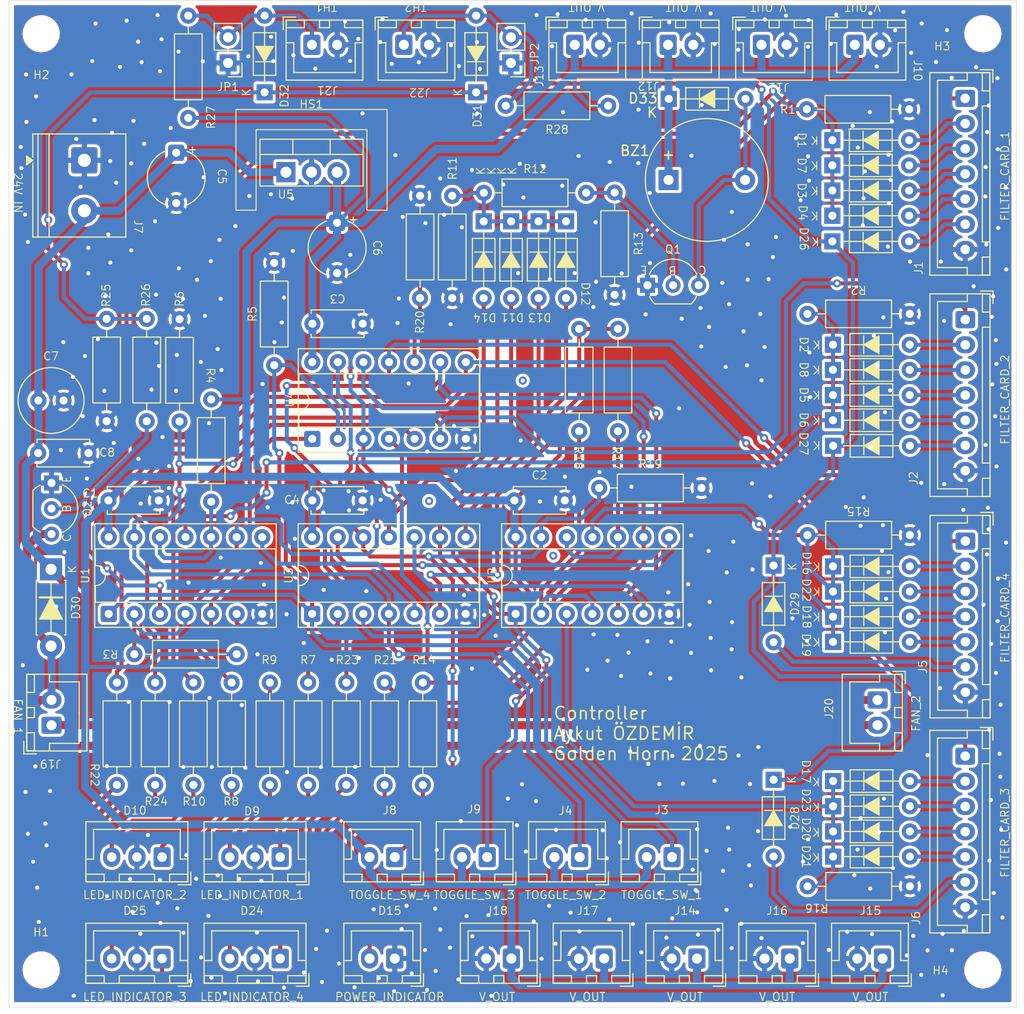
<source format=kicad_pcb>
(kicad_pcb (version 20241229) (generator "pcbnew") (generator_version "9.0")
  (title_block (title "Controller") (date "2025-08-24") (rev "1.0") (company "Golden Horn") (comment 1 "Aykut ÖZDEMİR"))
  (layers (0 "F.Cu" signal) (2 "B.Cu" signal) (13 "F.Paste" user) (15 "B.Paste" user) (5 "F.SilkS" user "F.Silkscreen") (7 "B.SilkS" user "B.Silkscreen") (1 "F.Mask" user) (3 "B.Mask" user) (25 "Edge.Cuts" user))
  (net 0 "")
  (net 1 "+5V")
  (net 2 "Net-(D1-K)")
  (net 3 "Net-(D5-A)")
  (net 4 "Net-(D11-K)")
  (net 5 "Net-(D1-A)")
  (net 6 "Net-(D6-A)")
  (net 7 "Net-(D7-A)")
  (net 8 "Net-(D8-A)")
  (net 9 "Net-(D2-K)")
  (net 10 "Net-(D2-A)")
  (net 11 "Net-(D3-A)")
  (net 12 "Net-(D4-A)")
  (net 13 "Net-(D9-A2)")
  (net 14 "Net-(D9-A1)")
  (net 15 "Net-(D16-A)")
  (net 16 "Net-(D16-K)")
  (net 17 "Net-(D17-A)")
  (net 18 "Net-(D18-A)")
  (net 19 "Net-(D19-A)")
  (net 20 "Net-(D20-A)")
  (net 21 "Net-(D21-A)")
  (net 22 "Net-(D22-A)")
  (net 23 "Net-(D10-A1)")
  (net 24 "GND")
  (net 25 "Net-(D10-A2)")
  (net 26 "Net-(R8-+)")
  (net 27 "Net-(R9-+)")
  (net 28 "Net-(R24-+)")
  (net 29 "BZ1")
  (net 30 "Net-(R20-+)")
  (net 31 "Net-(R21-+)")
  (net 32 "Net-(Q1-B)")
  (net 33 "BZ2")
  (net 34 "Net-(R10-+)")
  (net 35 "BZ3")
  (net 36 "BZ4")
  (net 37 "Net-(R14--)")
  (net 38 "Net-(D17-K)")
  (net 39 "Net-(D23-A)")
  (net 40 "Net-(D24-A1)")
  (net 41 "Net-(D24-A2)")
  (net 42 "Net-(D25-A1)")
  (net 43 "Net-(D25-A2)")
  (net 44 "Net-(R5-+)")
  (net 45 "Net-(R6-+)")
  (net 46 "Net-(R23-+)")
  (net 47 "Net-(R19-+)")
  (net 48 "Net-(R3--)")
  (net 49 "Net-(R4--)")
  (net 50 "Net-(R7-+)")
  (net 51 "Net-(R17--)")
  (net 52 "Net-(R18--)")
  (net 53 "Net-(R22-+)")
  (net 54 "Net-(U1B-~{Q})")
  (net 55 "Net-(U1A-~{Q})")
  (net 56 "Net-(U2A-~{Q})")
  (net 57 "Net-(U2B-~{Q})")
  (net 58 "+24V")
  (net 59 "FN1")
  (net 60 "Net-(D26-K)")
  (net 61 "FN2")
  (net 62 "FN3")
  (net 63 "FN4")
  (net 64 "Net-(D30-A)")
  (net 65 "Net-(Q2-B)")
  (net 66 "Net-(D31-A)")
  (net 67 "Net-(D32-A)")
  (net 68 "Net-(D33-A)")
  (footprint "Resistor_THT:R_Axial_DIN0207_L6.3mm_D2.5mm_P10.16mm_Horizontal" (layer "F.Cu") (at 107.278125 99.345 -90)
    (property "Reference" "R8")
    (property "Value" "470")
  )
  (footprint "Resistor_THT:R_Axial_DIN0207_L6.3mm_D2.5mm_P10.16mm_Horizontal" (layer "F.Cu") (at 132.315 50.7)
    (property "Reference" "R12")
    (property "Value" "1k")
  )
  (footprint "Package_DIP:DIP-14_W7.62mm_Socket" (layer "F.Cu") (at 135.47 92.52 90)
    (property "Reference" "U2")
    (property "Value" "74LS74")
  )
  (footprint "Connector_JST:JST_XH_B2B-XH-A_1x02_P2.50mm_Vertical" (layer "F.Cu") (at 89.4 103.575 90)
    (property "Reference" "J19")
    (property "Value" "JST_02")
  )
  (footprint "PCM_Package_TO_SOT_THT_AKL:TO-220-3_Vertical" (layer "F.Cu") (at 112.67 48.65)
    (property "Reference" "U5")
    (property "Value" "L7805CV" (hide yes))
  )
  (footprint "Connector_JST:JST_XH_B2B-XH-A_1x02_P2.50mm_Vertical" (layer "F.Cu") (at 135.05 126.75 180)
    (property "Reference" "J18")
    (property "Value" "JST_02")
  )
  (footprint "Resistor_THT:R_Axial_DIN0207_L6.3mm_D2.5mm_P10.16mm_Horizontal" (layer "F.Cu") (at 107.78 96.52 180)
    (property "Reference" "R3")
    (property "Value" "10k")
  )
  (footprint "PCM_Diode_THT_AKL:D_DO-35_SOD27_P7.62mm_Horizontal" (layer "F.Cu") (at 166.981667 87.800666)
    (property "Reference" "D16")
    (property "Value" "1N4148" (hide yes))
  )
  (footprint "PCM_Package_TO_SOT_THT_AKL:TO-92_Inline_Wide_EBC" (layer "F.Cu") (at 148.56 59.885)
    (property "Reference" "Q1")
    (property "Value" "2N3904" (hide yes))
  )
  (footprint "Connector_JST:JST_XH_B2B-XH-A_1x02_P2.50mm_Vertical" (layer "F.Cu") (at 171.89375 126.75 180)
    (property "Reference" "J15")
    (property "Value" "JST_02")
  )
  (footprint "Resistor_THT:R_Axial_DIN0207_L6.3mm_D2.5mm_P10.16mm_Horizontal" (layer "F.Cu") (at 94.875 63.22 -90)
    (property "Reference" "R25")
    (property "Value" "10k")
  )
  (footprint "PCM_Diode_THT_AKL:D_DO-35_SOD27_P7.62mm_Horizontal" (layer "F.Cu") (at 135.025 53.535 -90)
    (property "Reference" "D11")
    (property "Value" "1N4148" (hide yes))
  )
  (footprint "Connector_JST:JST_XH_B7B-XH-A_1x07_P2.50mm_Vertical" (layer "F.Cu") (at 180.1 106.65 -90)
    (property "Reference" "J6")
    (property "Value" "JST_07")
  )
  (footprint "Resistor_THT:R_Axial_DIN0207_L6.3mm_D2.5mm_P10.16mm_Horizontal" (layer "F.Cu") (at 143.764 80.01)
    (property "Reference" "R19")
    (property "Value" "10k")
  )
  (footprint "Package_DIP:DIP-14_W7.62mm_Socket" (layer "F.Cu") (at 115.285 75.135 90)
    (property "Reference" "U4")
    (property "Value" "74LS86")
  )
  (footprint "Resistor_THT:R_Axial_DIN0207_L6.3mm_D2.5mm_P10.16mm_Horizontal" (layer "F.Cu") (at 118.66875 99.345 -90)
    (property "Reference" "R23")
    (property "Value" "470")
  )
  (footprint "PCM_Diode_THT_AKL:D_DO-35_SOD27_P7.62mm_Horizontal" (layer "F.Cu") (at 166.99 109.125)
    (property "Reference" "D17")
    (property "Value" "1N4148" (hide yes))
  )
  (footprint "PCM_Diode_THT_AKL:D_DO-35_SOD27_P7.62mm_Horizontal" (layer "F.Cu") (at 137.75 53.535 -90)
    (property "Reference" "D13")
    (property "Value" "1N4148" (hide yes))
  )
  (footprint "Resistor_THT:R_Axial_DIN0207_L6.3mm_D2.5mm_P10.16mm_Horizontal" (layer "F.Cu") (at 164.433333 62.721167)
    (property "Reference" "R2")
    (property "Value" "10k")
  )
  (footprint "Power_Module_Library:TO-220_Heatsink" (layer "F.Cu") (at 115.21 42.425)
    (property "Reference" "HS1")
    (property "Value" "Heatsink_Generic")
  )
  (footprint "Resistor_THT:R_Axial_DIN0207_L6.3mm_D2.5mm_P10.16mm_Horizontal" (layer "F.Cu") (at 103.48125 99.345 -90)
    (property "Reference" "R10")
    (property "Value" "470")
  )
  (footprint "PCM_Diode_THT_AKL:D_DO-35_SOD27_P7.62mm_Horizontal" (layer "F.Cu") (at 166.99 111.625)
    (property "Reference" "D23")
    (property "Value" "1N4148" (hide yes))
  )
  (footprint "PCM_Diode_THT_AKL:D_DO-35_SOD27_P7.62mm_Horizontal" (layer "F.Cu") (at 166.973333 65.787834)
    (property "Reference" "D2")
    (property "Value" "1N4148" (hide yes))
  )
  (footprint "Connector_JST:JST_XH_B2B-XH-A_1x02_P2.50mm_Vertical" (layer "F.Cu") (at 141.825 116.675 180)
    (property "Reference" "J4")
    (property "Value" "JST_02")
  )
  (footprint "Resistor_THT:R_Axial_DIN0207_L6.3mm_D2.5mm_P10.16mm_Horizontal" (layer "F.Cu") (at 95.8875 99.345 -90)
    (property "Reference" "R22")
    (property "Value" "470")
  )
  (footprint "PCM_Diode_THT_AKL:D_DO-35_SOD27_P7.62mm_Horizontal" (layer "F.Cu") (at 161.075 87.715 -90)
    (property "Reference" "D29")
    (property "Value" "1N4148" (hide yes))
  )
  (footprint "PCM_Package_TO_SOT_THT_AKL:TO-92_Inline_Wide_EBC" (layer "F.Cu") (at 89.4 79.52 -90)
    (property "Reference" "Q2")
    (property "Value" "2N4401" (hide yes))
  )
  (footprint "Resistor_THT:R_Axial_DIN0207_L6.3mm_D2.5mm_P10.16mm_Horizontal" (layer "F.Cu") (at 102.108 73.406 90)
    (property "Reference" "R6")
    (property "Value" "10k")
  )
  (footprint "Connector_JST:JST_XH_B7B-XH-A_1x07_P2.50mm_Vertical" (layer "F.Cu") (at 180.108333 63.296167 -90)
    (property "Reference" "J2")
    (property "Value" "JST_07")
  )
  (footprint "Resistor_THT:R_Axial_DIN0207_L6.3mm_D2.5mm_P10.16mm_Horizontal" (layer "F.Cu") (at 141.78 64.21 -90)
    (property "Reference" "R18")
    (property "Value" "10k")
  )
  (footprint "PCM_Diode_THT_AKL:D_DO-35_SOD27_P7.62mm_Horizontal" (layer "F.Cu") (at 166.915 52.975)
    (property "Reference" "D4")
    (property "Value" "1N4148" (hide yes))
  )
  (footprint "Connector_JST:JST_XH_B3B-XH-A_1x03_P2.50mm_Vertical" (layer "F.Cu") (at 100.375 116.675 180)
    (property "Reference" "D10")
    (property "Value" "LED_Dual_AKA")
  )
  (footprint "PCM_Diode_THT_AKL:D_DO-35_SOD27_P7.62mm_Horizontal" (layer "F.Cu") (at 166.981667 90.300666)
    (property "Reference" "D22")
    (property "Value" "1N4148" (hide yes))
  )
  (footprint "TerminalBlock_Phoenix:TerminalBlock_Phoenix_PT-1,5-2-5.0-H_1x02_P5.00mm_Horizontal" (layer "F.Cu") (at 92.6575 47.475 -90)
    (property "Reference" "J7")
    (property "Value" "Screw_Terminal_2_P5.00mm")
  )
  (footprint "PCM_Diode_THT_AKL:D_DO-35_SOD27_P7.62mm_Horizontal" (layer "F.Cu") (at 166.99 116.625)
    (property "Reference" "D21")
    (property "Value" "1N4148" (hide yes))
  )
  (footprint "Resistor_THT:R_Axial_DIN0207_L6.3mm_D2.5mm_P10.16mm_Horizontal" (layer "F.Cu") (at 164.45 119.575)
    (property "Reference" "R16")
    (property "Value" "10k")
  )
  (footprint "Package_DIP:DIP-14_W7.62mm_Socket" (layer "F.Cu") (at 115.27 92.52 90)
    (property "Reference" "U3")
    (property "Value" "74LS08")
  )
  (footprint "Resistor_THT:R_Axial_DIN0207_L6.3mm_D2.5mm_P10.16mm_Horizontal" (layer "F.Cu") (at 122.465625 99.345 -90)
    (property "Reference" "R21")
    (property "Value" "470")
  )
  (footprint "Resistor_THT:R_Axial_DIN0207_L6.3mm_D2.5mm_P10.16mm_Horizontal" (layer "F.Cu") (at 105.25 71.22 -90)
    (property "Reference" "R4")
    (property "Value" "10k")
  )
  (footprint "PCM_Diode_THT_AKL:D_DO-35_SOD27_P7.62mm_Horizontal" (layer "F.Cu") (at 166.99 75.825)
    (property "Reference" "D27")
    (property "Value" "1N4148" (hide yes))
  )
  (footprint "Resistor_THT:R_Axial_DIN0207_L6.3mm_D2.5mm_P10.16mm_Horizontal" (layer "F.Cu") (at 114.871875 99.345 -90)
    (property "Reference" "R7")
    (property "Value" "470")
  )
  (footprint "Connector_JST:JST_XH_B2B-XH-A_1x02_P2.50mm_Vertical" (layer "F.Cu") (at 169.14375 36)
    (property "Reference" "J10")
    (property "Value" "JST_02")
  )
  (footprint "Resistor_THT:R_Axial_DIN0207_L6.3mm_D2.5mm_P10.16mm_Horizontal" (layer "F.Cu") (at 144.655 42.05 180)
    (property "Reference" "R28")
    (property "Value" "4k7")
  )
  (footprint "Resistor_THT:R_Axial_DIN0207_L6.3mm_D2.5mm_P10.16mm_Horizontal" (layer "F.Cu") (at 102.975 43.265 90)
    (property "Reference" "R27")
    (property "Value" "4k7")
  )
  (footprint "MountingHole:MountingHole_3.2mm_M3_DIN965" (layer "F.Cu") (at 181.85 127.875)
    (property "Reference" "H4")
    (property "Value" "MountingHole")
  )
  (footprint "PCM_Diode_THT_AKL:D_DO-35_SOD27_P7.62mm_Horizontal" (layer "F.Cu") (at 166.973333 68.287834)
    (property "Reference" "D8")
    (property "Value" "1N4148" (hide yes))
  )
  (footprint "Connector_JST:JST_XH_B2B-XH-A_1x02_P2.50mm_Vertical" (layer "F.Cu") (at 159.875 36)
    (property "Reference" "J11")
    (property "Value" "JST_02")
  )
  (footprint "Connector_JST:JST_XH_B2B-XH-A_1x02_P2.50mm_Vertical" (layer "F.Cu") (at 115.25 36)
    (property "Reference" "J21")
    (property "Value" "JST_02")
  )
  (footprint "PCM_Diode_THT_AKL:D_DO-35_SOD27_P7.62mm_Horizontal" (layer "F.Cu") (at 166.99 114.125)
    (property "Reference" "D20")
    (property "Value" "1N4148" (hide yes))
  )
  (footprint "Connector_PinHeader_2.54mm:PinHeader_1x02_P2.54mm_Vertical" (layer "F.Cu") (at 135 37.8 180)
    (property "Reference" "JP2")
    (property "Value" "~")
  )
  (footprint "Capacitor_THT:CP_Radial_Tantal_D5.5mm_P5.00mm" (layer "F.Cu") (at 117.75 53.675 -90)
    (property "Reference" "C6")
    (property "Value" "0.1u")
  )
  (footprint "PCM_Diode_THT_AKL:D_DO-35_SOD27_P7.62mm_Horizontal" (layer "F.Cu") (at 131.55 40.725 90)
    (property "Reference" "D31")
    (property "Value" "1N4148" (hide yes))
  )
  (footprint "Connector_JST:JST_XH_B2B-XH-A_1x02_P2.50mm_Vertical" (layer "F.Cu") (at 123.475 126.75 180)
    (property "Reference" "D15")
    (property "Value" "LED_5mm")
  )
  (footprint "PCM_Diode_THT_AKL:D_DO-35_SOD27_P7.62mm_Horizontal" (layer "F.Cu") (at 166.973333 70.787834)
    (property "Reference" "D5")
    (property "Value" "1N4148" (hide yes))
  )
  (footprint "PCM_Diode_THT_AKL:D_DO-35_SOD27_P7.62mm_Horizontal" (layer "F.Cu") (at 166.915 47.975)
    (property "Reference" "D7")
    (property "Value" "1N4148" (hide yes))
  )
  (footprint "Connector_JST:JST_XH_B2B-XH-A_1x02_P2.50mm_Vertical" (layer "F.Cu") (at 123.475 116.675 180)
    (property "Reference" "J8")
    (property "Value" "JST_02")
  )
  (footprint "Resistor_THT:R_Axial_DIN0207_L6.3mm_D2.5mm_P10.16mm_Horizontal" (layer "F.Cu") (at 111.506 67.818 90)
    (property "Reference" "R5")
    (property "Value" "10k")
  )
  (footprint "PCM_Diode_THT_AKL:D_DO-41_SOD81_P7.62mm_Horizontal" (layer "F.Cu") (at 89.35 88.09 -90)
    (property "Reference" "D30")
    (property "Value" "1N4001" (hide yes))
  )
  (footprint "Connector_JST:JST_XH_B2B-XH-A_1x02_P2.50mm_Vertical" (layer "F.Cu") (at 162.682813 126.75 180)
    (property "Reference" "J16")
    (property "Value" "JST_02")
  )
  (footprint "PCM_Diode_THT_AKL:D_DO-35_SOD27_P7.62mm_Horizontal" (layer "F.Cu") (at 110.55 40.725 90)
    (property "Reference" "D32")
    (property "Value" "1N4148" (hide yes))
  )
  (footprint "Connector_JST:JST_XH_B3B-XH-A_1x03_P2.50mm_Vertical" (layer "F.Cu") (at 100.375 126.75 180)
    (property "Reference" "D25")
    (property "Value" "LED_Dual_AKA")
  )
  (footprint "Package_DIP:DIP-14_W7.62mm_Socket" (layer "F.Cu") (at 95.08 92.52 90)
    (property "Reference" "U1")
    (property "Value" "74LS74")
  )
  (footprint "Capacitor_THT:C_Disc_D5.0mm_W2.5mm_P5.00mm" (layer "F.Cu") (at 88.075 76.55)
    (property "Reference" "C8")
    (property "Value" "100n")
  )
  (footprint "PCM_Diode_THT_AKL:D_DO-35_SOD27_P7.62mm_Horizontal" (layer "F.Cu") (at 166.981667 92.800666)
    (property "Reference" "D18")
    (property "Value" "1N4148" (hide yes))
  )
  (footprint "Connector_PinHeader_2.54mm:PinHeader_1x02_P2.54mm_Vertical" (layer "F.Cu") (at 106.925 37.8 180)
    (property "Reference" "JP1")
    (property "Value" "~")
  )
  (footprint "MountingHole:MountingHole_3.2mm_M3_DIN965" (layer "F.Cu") (at 181.85 34.9)
    (property "Reference" "H3")
    (property "Value" "MountingHole")
  )
  (footprint "Resistor_THT:R_Axial_DIN0207_L6.3mm_D2.5mm_P10.16mm_Horizontal" (layer "F.Cu") (at 98.85 63.22 -90)
    (property "Reference" "R26")
    (property "Value" "820")
  )
  (footprint "Connector_JST:JST_XH_B3B-XH-A_1x03_P2.50mm_Vertical" (layer "F.Cu") (at 112.1 126.75 180)
    (property "Reference" "D24")
    (property "Value" "LED_Dual_AKA")
  )
  (footprint "Connector_JST:JST_XH_B2B-XH-A_1x02_P2.50mm_Vertical" (layer "F.Cu") (at 141.3375 36)
    (property "Reference" "J13")
    (property "Value" "JST_02")
  )
  (footprint "Connector_JST:JST_XH_B2B-XH-A_1x02_P2.50mm_Vertical" (layer "F.Cu") (at 151 116.675 180)
    (property "Reference" "J3")
    (property "Value" "JST_02")
  )
  (footprint "PCM_Diode_THT_AKL:D_DO-35_SOD27_P7.62mm_Horizontal" (layer "F.Cu") (at 132.3 53.535 -90)
    (property "Reference" "D14")
    (property "Value" "1N4148" (hide yes))
  )
  (footprint "Connector_JST:JST_XH_B2B-XH-A_1x02_P2.50mm_Vertical" (layer "F.Cu") (at 144.260938 126.75 180)
    (property "Reference" "J17")
    (property "Value" "JST_02")
  )
  (footprint "Resistor_THT:R_Axial_DIN0207_L6.3mm_D2.5mm_P10.16mm_Horizontal" (layer "F.Cu") (at 126.2625 99.345 -90)
    (property "Reference" "R14")
    (property "Value" "470")
  )
  (footprint "Connector_JST:JST_XH_B7B-XH-A_1x07_P2.50mm_Vertical" (layer "F.Cu") (at 180.116667 85.292333 -90)
    (property "Reference" "J5")
    (property "Value" "JST_07")
  )
  (footprint "Capacitor_THT:C_Disc_D5.0mm_W2.5mm_P5.00mm" (layer "F.Cu") (at 115.285 81.25)
    (property "Reference" "C4")
    (property "Value" "100n")
  )
  (footprint "Connector_JST:JST_XH_B2B-XH-A_1x02_P2.50mm_Vertical" (layer "F.Cu") (at 153.471875 126.75 180)
    (property "Reference" "J14")
    (property "Value" "JST_02")
  )
  (footprint "Resistor_THT:R_Axial_DIN0207_L6.3mm_D2.5mm_P10.16mm_Horizontal" (layer "F.Cu") (at 129.175 50.995 -90)
    (property "Reference" "R11")
    (property "Value" "10k")
  )
  (footprint "Buzzer_Beeper:Buzzer_12x9.5RM7.6" (layer "F.Cu") (at 150.65 49.425)
    (property "Reference" "BZ1")
    (property "Value" "Buzzer_5V")
  )
  (footprint "Connector_JST:JST_XH_B7B-XH-A_1x07_P2.50mm_Vertical" (layer "F.Cu") (at 180.1 41.325 -90)
    (property "Reference" "J1")
    (property "Value" "JST_07")
  )
  (footprint "Resistor_THT:R_Axial_DIN0207_L6.3mm_D2.5mm_P10.16mm_Horizontal" (layer "F.Cu") (at 125.984 61.155 90)
    (property "Reference" "R20")
    (property "Value" "10k")
  )
  (footprint "Capacitor_THT:C_Disc_D5.0mm_W2.5mm_P5.00mm" (layer "F.Cu") (at 115.3 63.7)
    (property "Reference" "C3")
    (property "Value" "100n")
  )
  (footprint "Resistor_THT:R_Axial_DIN0207_L6.3mm_D2.5mm_P10.16mm_Horizontal" (layer "F.Cu") (at 111.075 99.345 -90)
    (property "Reference" "R9")
    (property "Value" "470")
  )
  (footprint "PCM_Diode_THT_AKL:D_DO-35_SOD27_P7.62mm_Horizontal" (layer "F.Cu") (at 166.915 55.525)
    (property "Reference" "D26")
    (property "Value" "1N4148" (hide yes))
  )
  (footprint "Capacitor_THT:C_Radial_D6.3mm_H11.0mm_P2.50mm" (layer "F.Cu") (at 88.1 71.325)
    (property "Reference" "C7")
    (property "Value" "47u")
  )
  (footprint "Connector_JST:JST_XH_B2B-XH-A_1x02_P2.50mm_Vertical" (layer "F.Cu") (at 150.60625 36)
    (property "Reference" "J12")
    (property "Value" "JST_02")
  )
  (footprint "PCM_Diode_THT_AKL:D_DO-35_SOD27_P7.62mm_Horizontal" (layer "F.Cu") (at 166.973333 73.287834)
    (property "Reference" "D6")
    (property "Value" "1N4148" (hide yes))
  )
  (footprint "Capacitor_THT:C_Disc_D5.0mm_W2.5mm_P5.00mm" (layer "F.Cu") (at 95.05 81.25)
    (property "Reference" "C1")
    (property "Value" "100n")
  )
  (footprint "Resistor_THT:R_Axial_DIN0207_L6.3mm_D2.5mm_P10.16mm_Horizontal" (layer "F.Cu") (at 164.375 42.4)
    (property "Reference" "R1")
    (property "Value" "10k")
  )
  (footprint "Capacitor_THT:C_Disc_D5.0mm_W2.5mm_P5.00mm" (layer "F.Cu") (at 135.35 81.25)
    (property "Reference" "C2")
    (property "Value" "100n")
  )
  (footprint "PCM_Diode_THT_AKL:D_DO-35_SOD27_P7.62mm_Horizontal" (layer "F.Cu") (at 150.67 41.37)
    (property "Reference" "D33")
    (property "Value" "1N4148" (hide yes))
  )
  (footprint "PCM_Diode_THT_AKL:D_DO-35_SOD27_P7.62mm_Horizontal" (layer "F.Cu") (at 166.915 45.475)
    (property "Reference" "D1")
    (property "Value" "1N4148" (hide yes))
  )
  (footprint "Connector_JST:JST_XH_B3B-XH-A_1x03_P2.50mm_Vertical" (layer "F.Cu") (at 112.1 116.675 180)
    (property "Reference" "D9")
    (property "Value" "LED_Dual_AKA")
  )
  (footprint "Capacitor_THT:CP_Radial_Tantal_D5.5mm_P5.00mm" (layer "F.Cu") (at 101.775 46.722349 -90)
    (property "Reference" "C5")
    (property "Value" "0.33u")
  )
  (footprint "PCM_Diode_THT_AKL:D_DO-35_SOD27_P7.62mm_Horizontal" (layer "F.Cu") (at 161.075 108.99 -90)
    (property "Reference" "D28")
    (property "Value" "1N4148" (hide yes))
  )
  (footprint "PCM_Diode_THT_AKL:D_DO-35_SOD27_P7.62mm_Horizontal" (layer "F.Cu") (at 166.981667 95.300666)
    (property "Reference" "D19")
    (property "Value" "1N4148" (hide yes))
  )
  (footprint "Resistor_THT:R_Axial_DIN0207_L6.3mm_D2.5mm_P10.16mm_Horizontal" (layer "F.Cu") (at 99.684375 99.345 -90)
    (property "Reference" "R24")
    (property "Value" "470")
  )
  (footprint "MountingHole:MountingHole_3.2mm_M3_DIN965" (layer "F.Cu") (at 88.375 127.875)
    (property "Reference" "H1")
    (property "Value" "MountingHole")
  )
  (footprint "PCM_Diode_THT_AKL:D_DO-35_SOD27_P7.62mm_Horizontal" (layer "F.Cu") (at 166.915 50.475)
    (property "Reference" "D3")
    (property "Value" "1N4148" (hide yes))
  )
  (footprint "PCM_Diode_THT_AKL:D_DO-35_SOD27_P7.62mm_Horizontal" (layer "F.Cu") (at 140.475 53.535 -90)
    (property "Reference" "D12")
    (property "Value" "1N4148" (hide yes))
  )
  (footprint "Resistor_THT:R_Axial_DIN0207_L6.3mm_D2.5mm_P10.16mm_Horizontal" (layer "F.Cu") (at 145.3 50.67 -90)
    (property "Reference" "R13")
    (property "Value" "10k")
  )
  (footprint "MountingHole:MountingHole_3.2mm_M3_DIN965" (layer "F.Cu") (at 88.375 34.9)
    (property "Reference" "H2")
    (property "Value" "MountingHole")
  )
  (footprint "Connector_JST:JST_XH_B2B-XH-A_1x02_P2.50mm_Vertical" (layer "F.Cu") (at 124.375 36)
    (property "Reference" "J22")
    (property "Value" "JST_02")
  )
  (footprint "Connector_JST:JST_XH_B2B-XH-A_1x02_P2.50mm_Vertical" (layer "F.Cu") (at 132.65 116.675 180)
    (property "Reference" "J9")
    (property "Value" "JST_02")
  )
  (footprint "Resistor_THT:R_Axial_DIN0207_L6.3mm_D2.5mm_P10.16mm_Horizontal" (layer "F.Cu") (at 164.441667 84.692333)
    (property "Reference" "R15")
    (property "Value" "10k")
  )
  (footprint "Resistor_THT:R_Axial_DIN0207_L6.3mm_D2.5mm_P10.16mm_Horizontal" (layer "F.Cu") (at 145.63 64.21 -90)
    (property "Reference" "R17")
    (property "Value" "10k")
  )
  (footprint "Connector_JST:JST_XH_B2B-XH-A_1x02_P2.50mm_Vertical" (layer "F.Cu") (at 171.4 101.075 -90)
    (property "Reference" "J20")
    (property "Value" "JST_02")
  )
  (gr_rect (start 85.175 31.575) (end 185.175 131.575) (stroke (width 0.05)) (fill no) (layer "Edge.Cuts"))
  (gr_text "Controller\nAykut ÖZDEMİR\nGolden Horn 2025" (at 139.14 107.14 0) (layer "F.SilkS") (effects (font (size 1.25 1.25) (thickness 0.15625)) (justify left bottom)))
  (via (at 136.18 69.35) (size 0.8) (drill 0.4) (layers "F.Cu" "B.Cu") (net 0))
  (via (at 126.88 81.31) (size 0.8) (drill 0.4) (layers "F.Cu" "B.Cu") (net 0))
  (via (at 139.21 86.74) (size 0.8) (drill 0.4) (layers "F.Cu" "B.Cu") (net 0))
  (segment (start 141.78 70.99) (end 139.86 72.91) (width 0.4) (layer "F.Cu") (net 1))
  (segment (start 139.86 76.74) (end 135.35 81.25) (width 0.4) (layer "F.Cu") (net 1))
  (segment (start 135.47 84.9) (end 135.47 88.97) (width 0.4) (layer "F.Cu") (net 1))
  (segment (start 141.78 64.21) (end 141.78 70.99) (width 0.4) (layer "F.Cu") (net 1))
  (segment (start 145.63 64.21) (end 141.78 64.21) (width 0.4) (layer "F.Cu") (net 1))
  (segment (start 139.86 72.91) (end 139.86 76.74) (width 0.4) (layer "F.Cu") (net 1))
  (segment (start 136.775 94.35) (end 131.78 99.345) (width 0.4) (layer "F.Cu") (net 1))
  (segment (start 136.775 90.275) (end 136.775 94.35) (width 0.4) (layer "F.Cu") (net 1))
  (segment (start 135.47 88.97) (end 136.775 90.275) (width 0.4) (layer "F.Cu") (net 1))
  (segment (start 131.78 99.345) (end 126.2625 99.345) (width 0.4) (layer "F.Cu") (net 1))
  (segment (start 96.5 113.425) (end 117.725 113.425) (width 0.8) (layer "B.Cu") (net 1))
  (segment (start 141.05 38.95) (end 133.65 46.35) (width 0.8) (layer "B.Cu") (net 1))
  (segment (start 120.55 46.975) (end 120.55 50.9) (width 0.4) (layer "B.Cu") (net 1))
  (segment (start 130.2 119.4) (end 135 119.4) (width 0.8) (layer "B.Cu") (net 1))
  (segment (start 162.682813 126.75) (end 162.682813 129.367187) (width 0.8) (layer "B.Cu") (net 1))
  (segment (start 108.705 71.22) (end 108.75 71.175) (width 0.4) (layer "B.Cu") (net 1))
  (segment (start 100.076 96.52) (end 98.806 97.79) (width 0.4) (layer "B.Cu") (net 1))
  (segment (start 159.875 38.85) (end 159.85 38.875) (width 0.8) (layer "B.Cu") (net 1))
  (segment (start 115.3 63.7) (end 115.3 67.5) (width 0.8) (layer "B.Cu") (net 1))
  (segment (start 108.75 56.604) (end 111.679 53.675) (width 0.8) (layer "B.Cu") (net 1))
  (segment (start 107.78 96.52) (end 100.076 96.52) (width 0.4) (layer "B.Cu") (net 1))
  (segment (start 98.806 97.79) (end 92.75 97.79) (width 0.4) (layer "B.Cu") (net 1))
  (segment (start 135.05 126.75) (end 135.05 119.45) (width 0.8) (layer "B.Cu") (net 1))
  (segment (start 130.15 119.35) (end 130.2 119.4) (width 0.8) (layer "B.Cu") (net 1))
  (segment (start 133.65 46.35) (end 127.575 46.35) (width 0.8) (layer "B.Cu") (net 1))
  (segment (start 92.75 109.675) (end 96.5 113.425) (width 0.8) (layer "B.Cu") (net 1))
  (segment (start 144.325 129.4) (end 153.425 129.4) (width 0.8) (layer "B.Cu") (net 1))
  (segment (start 141.3375 36) (end 141.3375 38.6625) (width 0.8) (layer "B.Cu") (net 1))
  (segment (start 120.25 53.675) (end 117.925 53.675) (width 0.8) (layer "B.Cu") (net 1))
  (segment (start 141.3375 38.6625) (end 141.125 38.875) (width 0.8) (layer "B.Cu") (net 1))
  (segment (start 153.425 129.4) (end 162.65 129.4) (width 0.8) (layer "B.Cu") (net 1))
  (segment (start 115.285 78.935) (end 115.25 78.9) (width 0.8) (layer "B.Cu") (net 1))
  (segment (start 95.05 81.25) (end 95.05 84.87) (width 0.8) (layer "B.Cu") (net 1))
  (segment (start 130.15 116.675) (end 130.15 119.35) (width 0.8) (layer "B.Cu") (net 1))
  (segment (start 162.682813 129.367187) (end 162.65 129.4) (width 0.8) (layer "B.Cu") (net 1))
  (segment (start 115.3 57.475) (end 117.75 55.025) (width 0.8) (layer "B.Cu") (net 1))
  (segment (start 95.05 81.25) (end 92.75 83.55) (width 0.8) (layer "B.Cu") (net 1))
  (segment (start 111.679 53.675) (end 117.75 53.675) (width 0.8) (layer "B.Cu") (net 1))
  (segment (start 141.3375 40.5125) (end 141.3375 38.6625) (width 0.4) (layer "B.Cu") (net 1))
  (segment (start 150.65 49.425) (end 150.65 38.75) (width 0.8) (layer "B.Cu") (net 1))
  (segment (start 117.75 55.025) (end 117.75 53.675) (width 0.8) (layer "B.Cu") (net 1))
  (segment (start 139.325 116.675) (end 139.325 119.35) (width 0.8) (layer "B.Cu") (net 1))
  (segment (start 116.84 43.265) (end 120.55 46.975) (width 0.4) (layer "B.Cu") (net 1))
  (segment (start 153.471875 126.75) (end 153.471875 129.353125) (width 0.8) (layer "B.Cu") (net 1))
  (segment (start 150.775 38.875) (end 141.125 38.875) (width 0.8) (layer "B.Cu") (net 1))
  (segment (start 115.285 81.25) (end 115.285 84.885) (width 0.8) (layer "B.Cu") (net 1))
  (segment (start 105.25 71.22) (end 108.705 71.22) (width 0.4) (layer "B.Cu") (net 1))
  (segment (start 171.225 129.4) (end 171.89375 128.73125) (width 0.8) (layer "B.Cu") (net 1))
  (segment (start 162.65 129.4) (end 171.225 129.4) (width 0.8) (layer "B.Cu") (net 1))
  (segment (start 122.275 119.4) (end 130.2 119.4) (width 0.8) (layer "B.Cu") (net 1))
  (segment (start 150.65 38.75) (end 150.60625 38.70625) (width 0.8) (layer "B.Cu") (net 1))
  (segment (start 117.725 113.425) (end 120.975 116.675) (width 0.8) (layer "B.Cu") (net 1))
  (segment (start 169.14375 36) (end 169.14375 37.48125) (width 0.8) (layer "B.Cu") (net 1))
  (segment (start 153.471875 129.353125) (end 153.425 129.4) (width 0.8) (layer "B.Cu") (net 1))
  (segment (start 169.14375 37.48125) (end 167.75 38.875) (width 0.8) (layer "B.Cu") (net 1))
  (segment (start 108.75 78.9) (end 97.4 78.9) (width 0.8) (layer "B.Cu") (net 1))
  (segment (start 147.6 119.4) (end 148.5 118.5) (width 0.8) (layer "B.Cu") (net 1))
  (segment (start 135.825 129.4) (end 144.325 129.4) (width 0.8) (layer "B.Cu") (net 1))
  (segment (start 144.260938 129.335938) (end 144.325 129.4) (width 0.8) (layer "B.Cu") (net 1))
  (segment (start 159.85 38.875) (end 150.775 38.875) (width 0.8) (layer "B.Cu") (net 1))
  (segment (start 135.05 126.75) (end 135.05 128.625) (width 0.8) (layer "B.Cu") (net 1))
  (segment (start 135.05 119.45) (end 135 119.4) (width 0.8) (layer "B.Cu") (net 1))
  (segment (start 135.05 128.625) (end 135.825 129.4) (width 0.8) (layer "B.Cu") (net 1))
  (segment (start 108.75 71.175) (end 108.75 56.604) (width 0.8) (layer "B.Cu") (net 1))
  (segment (start 148.5 118.5) (end 148.5 116.675) (width 0.8) (layer "B.Cu") (net 1))
  (segment (start 144.260938 126.75) (end 144.260938 129.335938) (width 0.8) (layer "B.Cu") (net 1))
  (segment (start 108.75 78.9) (end 108.75 71.175) (width 0.8) (layer "B.Cu") (net 1))
  (segment (start 115.25 78.9) (end 108.75 78.9) (width 0.8) (layer "B.Cu") (net 1))
  (segment (start 120.975 118.2) (end 122.225 119.45) (width 0.8) (layer "B.Cu") (net 1))
  (segment (start 130.225 81.25) (end 127.875 78.9) (width 0.8) (layer "B.Cu") (net 1))
  (segment (start 171.89375 128.73125) (end 171.89375 126.75) (width 0.8) (layer "B.Cu") (net 1))
  (segment (start 115.3 63.7) (end 115.3 57.475) (width 0.8) (layer "B.Cu") (net 1))
  (segment (start 92.75 83.55) (end 92.75 97.79) (width 0.8) (layer "B.Cu") (net 1))
  (segment (start 142.875 42.05) (end 141.3375 40.5125) (width 0.4) (layer "B.Cu") (net 1))
  (segment (start 150.60625 38.70625) (end 150.775 38.875) (width 0.8) (layer "B.Cu") (net 1))
  (segment (start 159.875 36) (end 159.875 38.85) (width 0.8) (layer "B.Cu") (net 1))
  (segment (start 115.285 81.25) (end 115.285 78.935) (width 0.8) (layer "B.Cu") (net 1))
  (segment (start 167.75 38.875) (end 159.85 38.875) (width 0.8) (layer "B.Cu") (net 1))
  (segment (start 144.655 42.05) (end 142.875 42.05) (width 0.4) (layer "B.Cu") (net 1))
  (segment (start 120.55 50.9) (end 117.775 53.675) (width 0.4) (layer "B.Cu") (net 1))
  (segment (start 141.125 38.875) (end 141.05 38.95) (width 0.8) (layer "B.Cu") (net 1))
  (segment (start 150.60625 36) (end 150.60625 38.70625) (width 0.8) (layer "B.Cu") (net 1))
  (segment (start 122.225 119.45) (end 122.275 119.4) (width 0.8) (layer "B.Cu") (net 1))
  (segment (start 135 119.4) (end 139.275 119.4) (width 0.8) (layer "B.Cu") (net 1))
  (segment (start 135.35 81.25) (end 135.35 84.78) (width 0.8) (layer "B.Cu") (net 1))
  (segment (start 127.575 46.35) (end 120.25 53.675) (width 0.8) (layer "B.Cu") (net 1))
  (segment (start 102.975 43.265) (end 116.84 43.265) (width 0.4) (layer "B.Cu") (net 1))
  (segment (start 92.75 97.79) (end 92.75 109.675) (width 0.8) (layer "B.Cu") (net 1))
  (segment (start 117.75 48.65) (end 117.75 53.675) (width 0.8) (layer "B.Cu") (net 1))
  (segment (start 139.275 119.4) (end 147.6 119.4) (width 0.8) (layer "B.Cu") (net 1))
  (segment (start 139.325 119.35) (end 139.275 119.4) (width 0.8) (layer "B.Cu") (net 1))
  (segment (start 120.975 116.675) (end 120.975 118.2) (width 0.8) (layer "B.Cu") (net 1))
  (segment (start 97.4 78.9) (end 95.05 81.25) (width 0.8) (layer "B.Cu") (net 1))
  (segment (start 127.875 78.9) (end 115.25 78.9) (width 0.8) (layer "B.Cu") (net 1))
  (segment (start 135.35 81.25) (end 130.225 81.25) (width 0.8) (layer "B.Cu") (net 1))
  (segment (start 93.11 86.2) (end 94.91 88) (width 0.4) (layer "F.Cu") (net 2))
  (segment (start 161.02 40.63) (end 161.02 40.71) (width 0.4) (layer "F.Cu") (net 2))
  (segment (start 100.16 89.71) (end 100.15 89.7) (width 0.4) (layer "F.Cu") (net 2))
  (segment (start 100.16 92.52) (end 100.16 89.71) (width 0.4) (layer "F.Cu") (net 2))
  (segment (start 161.02 40.71) (end 156.9 44.83) (width 0.4) (layer "F.Cu") (net 2))
  (segment (start 96.84 60.31) (end 96.84 72.91) (width 0.4) (layer "F.Cu") (net 2))
  (segment (start 93.11 80.16) (end 93.11 86.2) (width 0.4) (layer "F.Cu") (net 2))
  (segment (start 112.32 44.83) (end 96.84 60.31) (width 0.4) (layer "F.Cu") (net 2))
  (segment (start 96.84 72.91) (end 96.85 72.92) (width 0.4) (layer "F.Cu") (net 2))
  (segment (start 156.9 44.83) (end 112.32 44.83) (width 0.4) (layer "F.Cu") (net 2))
  (segment (start 96.85 76.42) (end 93.11 80.16) (width 0.4) (layer "F.Cu") (net 2))
  (segment (start 96.85 72.92) (end 96.85 76.42) (width 0.4) (layer "F.Cu") (net 2))
  (via (at 100.15 89.7) (size 0.8) (drill 0.4) (layers "F.Cu" "B.Cu") (net 2))
  (via (at 161.02 40.63) (size 0.8) (drill 0.4) (layers "F.Cu" "B.Cu") (net 2))
  (via (at 94.91 88) (size 0.8) (drill 0.4) (layers "F.Cu" "B.Cu") (net 2))
  (segment (start 166.915 43.765) (end 166.915 52.975) (width 0.4) (layer "B.Cu") (net 2))
  (segment (start 162.79 42.4) (end 164.375 42.4) (width 0.4) (layer "B.Cu") (net 2))
  (segment (start 164.375 42.4) (end 165.55 42.4) (width 0.4) (layer "B.Cu") (net 2))
  (segment (start 165.55 42.4) (end 166.915 43.765) (width 0.4) (layer "B.Cu") (net 2))
  (segment (start 96.61 89.7) (end 94.91 88) (width 0.4) (layer "B.Cu") (net 2))
  (segment (start 161.02 40.63) (end 162.79 42.4) (width 0.4) (layer "B.Cu") (net 2))
  (segment (start 100.15 89.7) (end 96.61 89.7) (width 0.4) (layer "B.Cu") (net 2))
  (segment (start 174.593333 70.787834) (end 180.1 70.787834) (width 0.4) (layer "B.Cu") (net 3))
  (segment (start 132.3 53.535) (end 140.475 53.535) (width 0.4) (layer "B.Cu") (net 4))
  (segment (start 132.315 50.7) (end 131.075 50.7) (width 0.4) (layer "B.Cu") (net 4))
  (segment (start 131.075 50.7) (end 130.78 50.995) (width 0.4) (layer "B.Cu") (net 4))
  (segment (start 132.315 50.7) (end 132.315 53.52) (width 0.4) (layer "B.Cu") (net 4))
  (segment (start 130.78 50.995) (end 129.175 50.995) (width 0.4) (layer "B.Cu") (net 4))
  (segment (start 176.7 45.475) (end 178.35 43.825) (width 0.4) (layer "B.Cu") (net 5))
  (segment (start 174.535 45.475) (end 176.7 45.475) (width 0.4) (layer "B.Cu") (net 5))
  (segment (start 178.35 43.825) (end 180.1 43.825) (width 0.4) (layer "B.Cu") (net 5))
  (segment (start 180.108333 73.296167) (end 174.601666 73.296167) (width 0.4) (layer "B.Cu") (net 6))
  (segment (start 176.575 47.975) (end 178.225 46.325) (width 0.4) (layer "B.Cu") (net 7))
  (segment (start 174.535 47.975) (end 176.575 47.975) (width 0.4) (layer "B.Cu") (net 7))
  (segment (start 178.225 46.325) (end 180.1 46.325) (width 0.4) (layer "B.Cu") (net 7))
  (segment (start 180.108333 68.296167) (end 174.601666 68.296167) (width 0.4) (layer "B.Cu") (net 8))
  (segment (start 102.7 83.736) (end 102.7 84.9) (width 0.4) (layer "F.Cu") (net 9))
  (segment (start 110.75 80.47) (end 110.744 80.464) (width 0.4) (layer "F.Cu") (net 9))
  (segment (start 103.626 82.81) (end 102.7 83.736) (width 0.4) (layer "F.Cu") (net 9))
  (segment (start 110.744 80.464) (end 110.744 77.47) (width 0.4) (layer "F.Cu") (net 9))
  (segment (start 107.17 82.81) (end 103.626 82.81) (width 0.4) (layer "F.Cu") (net 9))
  (segment (start 107.176 82.816) (end 107.17 82.81) (width 0.4) (layer "F.Cu") (net 9))
  (via (at 110.744 77.47) (size 0.8) (drill 0.4) (layers "F.Cu" "B.Cu") (net 9))
  (via (at 110.75 80.47) (size 0.8) (drill 0.4) (layers "F.Cu" "B.Cu") (net 9))
  (via (at 107.176 82.816) (size 0.8) (drill 0.4) (layers "F.Cu" "B.Cu") (net 9))
  (segment (start 107.176 82.816) (end 107.95 82.042) (width 0.4) (layer "B.Cu") (net 9))
  (segment (start 165.218166 73.287834) (end 161.036 77.47) (width 0.4) (layer "B.Cu") (net 9))
  (segment (start 107.95 82.042) (end 109.178 82.042) (width 0.4) (layer "B.Cu") (net 9))
  (segment (start 109.178 82.042) (end 110.75 80.47) (width 0.4) (layer "B.Cu") (net 9))
  (segment (start 161.036 77.47) (end 110.744 77.47) (width 0.4) (layer "B.Cu") (net 9))
  (segment (start 166.973333 64.151667) (end 166.973333 65.787834) (width 0.4) (layer "B.Cu") (net 9))
  (segment (start 166.973333 73.287834) (end 165.218166 73.287834) (width 0.4) (layer "B.Cu") (net 9))
  (segment (start 167 64.125) (end 166.973333 64.151667) (width 0.4) (layer "B.Cu") (net 9))
  (segment (start 164.433333 62.721167) (end 165.596167 62.721167) (width 0.4) (layer "B.Cu") (net 9))
  (segment (start 166.973333 65.787834) (end 166.973333 73.287834) (width 0.4) (layer "B.Cu") (net 9))
  (segment (start 165.596167 62.721167) (end 167 64.125) (width 0.4) (layer "B.Cu") (net 9))
  (segment (start 174.593333 65.787834) (end 180.1 65.787834) (width 0.4) (layer "B.Cu") (net 10))
  (segment (start 178.075 48.825) (end 180.1 48.825) (width 0.4) (layer "B.Cu") (net 11))
  (segment (start 176.425 50.475) (end 178.075 48.825) (width 0.4) (layer "B.Cu") (net 11))
  (segment (start 174.535 50.475) (end 176.425 50.475) (width 0.4) (layer "B.Cu") (net 11))
  (segment (start 177.95 51.325) (end 176.3 52.975) (width 0.4) (layer "B.Cu") (net 12))
  (segment (start 180.1 51.325) (end 177.95 51.325) (width 0.4) (layer "B.Cu") (net 12))
  (segment (start 176.3 52.975) (end 174.535 52.975) (width 0.4) (layer "B.Cu") (net 12))
  (segment (start 111.075 111.075) (end 107.1 115.05) (width 0.4) (layer "F.Cu") (net 13))
  (segment (start 111.075 109.505) (end 111.075 111.075) (width 0.4) (layer "F.Cu") (net 13))
  (segment (start 107.1 115.05) (end 107.1 116.675) (width 0.4) (layer "F.Cu") (net 13))
  (segment (start 114.871875 111.128125) (end 112.1 113.9) (width 0.4) (layer "F.Cu") (net 14))
  (segment (start 114.871875 109.505) (end 114.871875 111.128125) (width 0.4) (layer "F.Cu") (net 14))
  (segment (start 112.1 113.9) (end 112.1 116.675) (width 0.4) (layer "F.Cu") (net 14))
  (segment (start 174.601667 87.800666) (end 180.108334 87.800666) (width 0.4) (layer "B.Cu") (net 15))
  (segment (start 164.441667 84.692333) (end 160.717333 84.692333) (width 0.4) (layer "F.Cu") (net 16))
  (segment (start 160.717333 84.692333) (end 159.625 83.6) (width 0.4) (layer "F.Cu") (net 16))
  (via (at 159.625 83.6) (size 0.8) (drill 0.4) (layers "F.Cu" "B.Cu") (net 16))
  (segment (start 158.125 82.1) (end 144.3 82.1) (width 0.4) (layer "B.Cu") (net 16))
  (segment (start 166.981667 95.300666) (end 166.981667 87.800666) (width 0.4) (layer "B.Cu") (net 16))
  (segment (start 165.667333 84.692333) (end 164.441667 84.692333) (width 0.4) (layer "B.Cu") (net 16))
  (segment (start 143.09 83.31) (end 143.09 84.9) (width 0.4) (layer "B.Cu") (net 16))
  (segment (start 164.441667 84.692333) (end 164.441667 87.760666) (width 0.4) (layer "B.Cu") (net 16))
  (segment (start 164.441667 87.760666) (end 166.981667 90.300666) (width 0.4) (layer "B.Cu") (net 16))
  (segment (start 164.441667 90.260666) (end 166.981667 92.800666) (width 0.4) (layer "B.Cu") (net 16))
  (segment (start 144.3 82.1) (end 143.09 83.31) (width 0.4) (layer "B.Cu") (net 16))
  (segment (start 166.981667 87.800666) (end 166.981667 86.006667) (width 0.4) (layer "B.Cu") (net 16))
  (segment (start 166.981667 86.006667) (end 165.667333 84.692333) (width 0.4) (layer "B.Cu") (net 16))
  (segment (start 159.625 83.6) (end 158.125 82.1) (width 0.4) (layer "B.Cu") (net 16))
  (segment (start 164.441667 84.692333) (end 164.441667 90.260666) (width 0.4) (layer "B.Cu") (net 16))
  (segment (start 180.1 109.15) (end 174.635 109.15) (width 0.4) (layer "B.Cu") (net 17))
  (segment (start 174.601667 92.800666) (end 180.108334 92.800666) (width 0.4) (layer "B.Cu") (net 18))
  (segment (start 180.116667 95.292333) (end 174.61 95.292333) (width 0.4) (layer "B.Cu") (net 19))
  (segment (start 180.1 114.15) (end 174.635 114.15) (width 0.4) (layer "B.Cu") (net 20))
  (segment (start 174.61 116.625) (end 180.075 116.625) (width 0.4) (layer "B.Cu") (net 21))
  (segment (start 180.116667 90.292333) (end 174.61 90.292333) (width 0.4) (layer "B.Cu") (net 22))
  (segment (start 107.278125 111.746875) (end 107.278125 109.505) (width 0.4) (layer "F.Cu") (net 23))
  (segment (start 100.375 115.625) (end 101.34 114.66) (width 0.4) (layer "F.Cu") (net 23))
  (segment (start 101.34 114.66) (end 104.365 114.66) (width 0.4) (layer "F.Cu") (net 23))
  (segment (start 100.375 116.675) (end 100.375 115.625) (width 0.4) (layer "F.Cu") (net 23))
  (segment (start 104.365 114.66) (end 107.278125 111.746875) (width 0.4) (layer "F.Cu") (net 23))
  (via (at 183.326671 46.373191) (size 0.8) (drill 0.4) (layers "F.Cu" "B.Cu") (net 24))
  (via (at 139.633831 32.957444) (size 0.8) (drill 0.4) (layers "F.Cu" "B.Cu") (net 24))
  (via (at 116.41 90.13) (size 0.8) (drill 0.4) (layers "F.Cu" "B.Cu") (net 24))
  (via (at 118.93 82.24) (size 0.8) (drill 0.4) (layers "F.Cu" "B.Cu") (net 24))
  (via (at 108.940903 37.146655) (size 0.8) (drill 0.4) (layers "F.Cu" "B.Cu") (net 24))
  (via (at 172.484161 88.376721) (size 0.8) (drill 0.4) (layers "F.Cu" "B.Cu") (net 24))
  (via (at 164.598791 49.491075) (size 0.8) (drill 0.4) (layers "F.Cu" "B.Cu") (net 24))
  (via (at 163.763115 51.426022) (size 0.8) (drill 0.4) (layers "F.Cu" "B.Cu") (net 24))
  (via (at 146.981472 32.881203) (size 0.8) (drill 0.4) (layers "F.Cu" "B.Cu") (net 24))
  (via (at 104.420235 37.655144) (size 0.8) (drill 0.4) (layers "F.Cu" "B.Cu") (net 24))
  (via (at 161.016455 57.071775) (size 0.8) (drill 0.4) (layers "F.Cu" "B.Cu") (net 24))
  (via (at 101.89873 121.759623) (size 0.8) (drill 0.4) (layers "F.Cu" "B.Cu") (net 24))
  (via (at 92.728242 66.90541) (size 0.8) (drill 0.4) (layers "F.Cu" "B.Cu") (net 24))
  (via (at 182.41878 84.129988) (size 0.8) (drill 0.4) (layers "F.Cu" "B.Cu") (net 24))
  (via (at 184.12384 50.188135) (size 0.8) (drill 0.4) (layers "F.Cu" "B.Cu") (net 24))
  (via (at 170.15222 48.57082) (size 0.8) (drill 0.4) (layers "F.Cu" "B.Cu") (net 24))
  (via (at 158.985528 88.108099) (size 0.8) (drill 0.4) (layers "F.Cu" "B.Cu") (net 24))
  (via (at 108.651586 107.798329) (size 0.8) (drill 0.4) (layers "F.Cu" "B.Cu") (net 24))
  (via (at 153.589327 124.375567) (size 0.8) (drill 0.4) (layers "F.Cu" "B.Cu") (net 24))
  (via (at 94.733539 60.972504) (size 0.8) (drill 0.4) (layers "F.Cu" "B.Cu") (net 24))
  (via (at 150.810129 98.924123) (size 0.8) (drill 0.4) (layers "F.Cu" "B.Cu") (net 24))
  (via (at 161.308524 55.087755) (size 0.8) (drill 0.4) (layers "F.Cu" "B.Cu") (net 24))
  (via (at 135.98 75.3) (size 0.8) (drill 0.4) (layers "F.Cu" "B.Cu") (net 24))
  (via (at 151.031366 106.623648) (size 0.8) (drill 0.4) (layers "F.Cu" "B.Cu") (net 24))
  (via (at 156.907075 125.725874) (size 0.8) (drill 0.4) (layers "F.Cu" "B.Cu") (net 24))
  (via (at 153.939393 41.979531) (size 0.8) (drill 0.4) (layers "F.Cu" "B.Cu") (net 24))
  (via (at 133.49 94.68) (size 0.8) (drill 0.4) (layers "F.Cu" "B.Cu") (net 24))
  (via (at 160.751981 80.847669) (size 0.8) (drill 0.4) (layers "F.Cu" "B.Cu") (net 24))
  (via (at 148.380498 62.766523) (size 0.8) (drill 0.4) (layers "F.Cu" "B.Cu") (net 24))
  (via (at 145.951708 98.676989) (size 0.8) (drill 0.4) (layers "F.Cu" "B.Cu") (net 24))
  (via (at 89.868858 91.808303) (size 0.8) (drill 0.4) (layers "F.Cu" "B.Cu") (net 24))
  (via (at 100.163335 38.630528) (size 0.8) (drill 0.4) (layers "F.Cu" "B.Cu") (net 24))
  (via (at 173.150467 34.563816) (size 0.8) (drill 0.4) (layers "F.Cu" "B.Cu") (net 24))
  (via (at 95.58 75.54) (size 0.8) (drill 0.4) (layers "F.Cu" "B.Cu") (net 24))
  (via (at 146.680071 96.357869) (size 0.8) (drill 0.4) (layers "F.Cu" "B.Cu") (net 24))
  (via (at 182.687536 95.500784) (size 0.8) (drill 0.4) (layers "F.Cu" "B.Cu") (net 24))
  (via (at 86.549354 97.611479) (size 0.8) (drill 0.4) (layers "F.Cu" "B.Cu") (net 24))
  (via (at 97.206733 118.859694) (size 0.8) (drill 0.4) (layers "F.Cu" "B.Cu") (net 24))
  (via (at 170.015311 80.946846) (size 0.8) (drill 0.4) (layers "F.Cu" "B.Cu") (net 24))
  (via (at 100.161174 118.958826) (size 0.8) (drill 0.4) (layers "F.Cu" "B.Cu") (net 24))
  (via (at 123.87836 61.190582) (size 0.8) (drill 0.4) (layers "F.Cu" "B.Cu") (net 24))
  (via (at 139.076732 36.135117) (size 0.8) (drill 0.4) (layers "F.Cu" "B.Cu") (net 24))
  (via (at 159.567559 105.746007) (size 0.8) (drill 0.4) (layers "F.Cu" "B.Cu") (net 24))
  (via (at 120.265491 42.815526) (size 0.8) (drill 0.4) (layers "F.Cu" "B.Cu") (net 24))
  (via (at 167.303214 32.999219) (size 0.8) (drill 0.4) (layers "F.Cu" "B.Cu") (net 24))
  (via (at 158.49943 59.325422) (size 0.8) (drill 0.4) (layers "F.Cu" "B.Cu") (net 24))
  (via (at 143.185807 62.040393) (size 0.8) (drill 0.4) (layers "F.Cu" "B.Cu") (net 24))
  (via (at 174.740526 36.784849) (size 0.8) (drill 0.4) (layers "F.Cu" "B.Cu") (net 24))
  (via (at 156.410048 121.903492) (size 0.8) (drill 0.4) (layers "F.Cu" "B.Cu") (net 24))
  (via (at 96.85675 33.5995) (size 0.8) (drill 0.4) (layers "F.Cu" "B.Cu") (net 24))
  (via (at 156.912524 96.036357) (size 0.8) (drill 0.4) (layers "F.Cu" "B.Cu") (net 24))
  (via (at 168.243733 81.889327) (size 0.8) (drill 0.4) (layers "F.Cu" "B.Cu") (net 24))
  (via (at 98.003878 35.692526) (size 0.8) (drill 0.4) (layers "F.Cu" "B.Cu") (net 24))
  (via (at 173.96557 32.726231) (size 0.8) (drill 0.4) (layers "F.Cu" "B.Cu") (net 24))
  (via (at 155.98688 59.634548) (size 0.8) (drill 0.4) (layers "F.Cu" "B.Cu") (net 24))
  (via (at 86.34508 46.132398) (size 0.8) (drill 0.4) (layers "F.Cu" "B.Cu") (net 24))
  (via (at 152.87894 96.386886) (size 0.8) (drill 0.4) (layers "F.Cu" "B.Cu") (net 24))
  (via (at 141.718382 47.041594) (size 0.8) (drill 0.4) (layers "F.Cu" "B.Cu") (net 24))
  (via (at 95.826712 49.690452) (size 0.8) (drill 0.4) (layers "F.Cu" "B.Cu") (net 24))
  (via (at 93.060506 58.684312) (size 0.8) (drill 0.4) (layers "F.Cu" "B.Cu") (net 24))
  (via (at 183.797668 122.682743) (size 0.8) (drill 0.4) (layers "F.Cu" "B.Cu") (net 24))
  (via (at 157.574683 36.491702) (size 0.8) (drill 0.4) (layers "F.Cu" "B.Cu") (net 24))
  (via (at 133.055435 130.460317) (size 0.8) (drill 0.4) (layers "F.Cu" "B.Cu") (net 24))
  (via (at 156.674053 115.922987) (size 0.8) (drill 0.4) (layers "F.Cu" "B.Cu") (net 24))
  (via (at 155.204635 109.114952) (size 0.8) (drill 0.4) (layers "F.Cu" "B.Cu") (net 24))
  (via (at 129.839772 38.124619) (size 0.8) (drill 0.4) (layers "F.Cu" "B.Cu") (net 24))
  (via (at 174.307666 126.443506) (size 0.8) (drill 0.4) (layers "F.Cu" "B.Cu") (net 24))
  (via (at 178.78 125.92) (size 0.8) (drill 0.4) (layers "F.Cu" "B.Cu") (net 24))
  (via (at 124.85 69.64) (size 0.8) (drill 0.4) (layers "F.Cu" "B.Cu") (net 24))
  (via (at 125.146235 128.231272) (size 0.8) (drill 0.4) (layers "F.Cu" "B.Cu") (net 24))
  (via (at 156.972879 93.336075) (size 0.8) (drill 0.4) (layers "F.Cu" "B.Cu") (net 24))
  (via (at 152.601267 89.567685) (size 0.8) (drill 0.4) (layers "F.Cu" "B.Cu") (net 24))
  (via (at 87.042363 55.583016) (size 0.8) (drill 0.4) (layers "F.Cu" "B.Cu") (net 24))
  (via (at 140.099615 49.995384) (size 0.8) (drill 0.4) (layers "F.Cu" "B.Cu") (net 24))
  (via (at 96.205934 38.192995) (size 0.8) (drill 0.4) (layers "F.Cu" "B.Cu") (net 24))
  (via (at 86.777587 52.858832) (size 0.8) (drill 0.4) (layers "F.Cu" "B.Cu") (net 24))
  (via (at 156.420325 88.408686) (size 0.8) (drill 0.4) (layers "F.Cu" "B.Cu") (net 24))
  (via (at 150.633347 90.388032) (size 0.8) (drill 0.4) (layers "F.Cu" "B.Cu") (net 24))
  (via (at 98.25 81.56) (size 0.8) (drill 0.4) (layers "F.Cu" "B.Cu") (net 24))
  (via (at 171.152739 44.988554) (size 0.8) (drill 0.4) (layers "F.Cu" "B.Cu") (net 24))
  (via (at 108.029377 118.832643) (size 0.8) (drill 0.4) (layers "F.Cu" "B.Cu") (net 24))
  (via (at 168.932284 44.046117) (size 0.8) (drill 0.4) (layers "F.Cu" "B.Cu") (net 24))
  (via (at 104.217252 67.50668) (size 0.8) (drill 0.4) (layers "F.Cu" "B.Cu") (net 24))
  (via (at 129.02 63.76) (size 0.8) (drill 0.4) (layers "F.Cu" "B.Cu") (net 24))
  (via (at 148.562851 95.240896) (size 0.8) (drill 0.4) (layers "F.Cu" "B.Cu") (net 24))
  (via (at 87.867287 41.127843) (size 0.8) (drill 0.4) (layers "F.Cu" "B.Cu") (net 24))
  (via (at 95.241548 57.625579) (size 0.8) (drill 0.4) (layers "F.Cu" "B.Cu") (net 24))
  (via (at 182.786941 69.722274) (size 0.8) (drill 0.4) (layers "F.Cu" "B.Cu") (net 24))
  (via (at 164.539221 33.558106) (size 0.8) (drill 0.4) (layers "F.Cu" "B.Cu") (net 24))
  (via (at 140.928182 122.188865) (size 0.8) (drill 0.4) (layers "F.Cu" "B.Cu") (net 24))
  (via (at 182.348421 81.970512) (size 0.8) (drill 0.4) (layers "F.Cu" "B.Cu") (net 24))
  (via (at 158.43694 67.830426) (size 0.8) (drill 0.4) (layers "F.Cu" "B.Cu") (net 24))
  (via (at 131.637124 35.734013) (size 0.8) (drill 0.4) (layers "F.Cu" "B.Cu") (net 24))
  (via (at 127.988941 49.275681) (size 0.8) (drill 0.4) (layers "F.Cu" "B.Cu") (net 24))
  (via (at 153.900839 65.957793) (size 0.8) (drill 0.4) (layers "F.Cu" "B.Cu") (net 24))
  (via (at 143.405295 53.621031) (size 0.8) (drill 0.4) (layers "F.Cu" "B.Cu") (net 24))
  (via (at 170.667325 119.803237) (size 0.8) (drill 0.4) (layers "F.Cu" "B.Cu") (net 24))
  (via (at 147.94785 126.136672) (size 0.8) (drill 0.4) (layers "F.Cu" "B.Cu") (net 24))
  (via (at 131.175049 124.537828) (size 0.8) (drill 0.4) (layers "F.Cu" "B.Cu") (net 24))
  (via (at 130.603375 122.543302) (size 0.8) (drill 0.4) (layers "F.Cu" "B.Cu") (net 24))
  (via (at 183.613196 101.537839) (size 0.8) (drill 0.4) (layers "F.Cu" "B.Cu") (net 24))
  (via (at 91.61 130.44) (size 0.8) (drill 0.4) (layers "F.Cu" "B.Cu") (net 24))
  (via (at 106.102599 120.544713) (size 0.8) (drill 0.4) (layers "F.Cu" "B.Cu") (net 24))
  (via (at 146.827188 106.174549) (size 0.8) (drill 0.4) (layers "F.Cu" "B.Cu") (net 24))
  (via (at 119.854355 35.411421) (size 0.8) (drill 0.4) (layers "F.Cu" "B.Cu") (net 24))
  (via (at 170.68864 32.859134) (size 0.8) (drill 0.4) (layers "F.Cu" "B.Cu") (net 24))
  (via (at 127.641803 115.95269) (size 0.8) (drill 0.4) (layers "F.Cu" "B.Cu") (net 24))
  (via (at 113.282996 51.25583) (size 0.8) (drill 0.4) (layers "F.Cu" "B.Cu") (net 24))
  (via (at 138.808302 121.510174) (size 0.8) (drill 0.4) (layers "F.Cu" "B.Cu") (net 24))
  (via (at 177.847855 124.289787) (size 0.8) (drill 0.4) (layers "F.Cu" "B.Cu") (net 24))
  (via (at 113.31 81.45) (size 0.8) (drill 0.4) (layers "F.Cu" "B.Cu") (net 24))
  (via (at 156.069911 118.04444) (size 0.8) (drill 0.4) (layers "F.Cu" "B.Cu") (net 24))
  (via (at 112.258581 63.581622) (size 0.8) (drill 0.4) (layers "F.Cu" "B.Cu") (net 24))
  (via (at 122.268449 33.467581) (size 0.8) (drill 0.4) (layers "F.Cu" "B.Cu") (net 24))
  (via (at 126.71 76.39) (size 0.8) (drill 0.4) (layers "F.Cu" "B.Cu") (net 24))
  (via (at 148.860053 98.447546) (size 0.8) (drill 0.4) (layers "F.Cu" "B.Cu") (net 24))
  (via (at 159.883178 69.321799) (size 0.8) (drill 0.4) (layers "F.Cu" "B.Cu") (net 24))
  (via (at 94.647213 70.369525) (size 0.8) (drill 0.4) (layers "F.Cu" "B.Cu") (net 24))
  (via (at 153.823486 62.139647) (size 0.8) (drill 0.4) (layers "F.Cu" "B.Cu") (net 24))
  (via (at 139.473997 113.965633) (size 0.8) (drill 0.4) (layers "F.Cu" "B.Cu") (net 24))
  (via (at 132.36 92.63) (size 0.8) (drill 0.4) (layers "F.Cu" "B.Cu") (net 24))
  (via (at 124.159944 123.820575) (size 0.8) (drill 0.4) (layers "F.Cu" "B.Cu") (net 24))
  (via (at 171.978875 63.067971) (size 0.8) (drill 0.4) (layers "F.Cu" "B.Cu") (net 24))
  (via (at 154.830706 94.909456) (size 0.8) (drill 0.4) (layers "F.Cu" "B.Cu") (net 24))
  (via (at 119.549309 107.707309) (size 0.8) (drill 0.4) (layers "F.Cu" "B.Cu") (net 24))
  (via (at 105.04 73.57) (size 0.8) (drill 0.4) (layers "F.Cu" "B.Cu") (net 24))
  (via (at 159.763344 62.737246) (size 0.8) (drill 0.4) (layers "F.Cu" "B.Cu") (net 24))
  (via (at 113.353273 56.464065) (size 0.8) (drill 0.4) (layers "F.Cu" "B.Cu") (net 24))
  (via (at 100.42 74.96) (size 0.8) (drill 0.4) (layers "F.Cu" "B.Cu") (net 24))
  (via (at 109.904316 129.012611) (size 0.8) (drill 0.4) (layers "F.Cu" "B.Cu") (net 24))
  (via (at 99.933587 33.053008) (size 0.8) (drill 0.4) (layers "F.Cu" "B.Cu") (net 24))
  (via (at 172.914523 117.762396) (size 0.8) (drill 0.4) (layers "F.Cu" "B.Cu") (net 24))
  (via (at 178.019873 79.625758) (size 0.8) (drill 0.4) (layers "F.Cu" "B.Cu") (net 24))
  (via (at 106.268679 68.298838) (size 0.8) (drill 0.4) (layers "F.Cu" "B.Cu") (net 24))
  (via (at 87.797788 107.663777) (size 0.8) (drill 0.4) (layers "F.Cu" "B.Cu") (net 24))
  (via (at 99.941079 121.216077) (size 0.8) (drill 0.4) (layers "F.Cu" "B.Cu") (net 24))
  (via (at 117.927051 127.247359) (size 0.8) (drill 0.4) (layers "F.Cu" "B.Cu") (net 24))
  (via (at 170.856213 124.314276) (size 0.8) (drill 0.4) (layers "F.Cu" "B.Cu") (net 24))
  (via (at 100.219283 123.222721) (size 0.8) (drill 0.4) (layers "F.Cu" "B.Cu") (net 24))
  (via (at 183.590637 108.694185) (size 0.8) (drill 0.4) (layers "F.Cu" "B.Cu") (net 24))
  (via (at 182.12566 75.724164) (size 0.8) (drill 0.4) (layers "F.Cu" "B.Cu") (net 24))
  (via (at 182.738453 63.01325) (size 0.8) (drill 0.4) (layers "F.Cu" "B.Cu") (net 24))
  (via (at 93.052661 56.164264) (size 0.8) (drill 0.4) (layers "F.Cu" "B.Cu") (net 24))
  (via (at 99.776768 60.80826) (size 0.8) (drill 0.4) (layers "F.Cu" "B.Cu") (net 24))
  (via (at 118.545328 33.684222) (size 0.8) (drill 0.4) (layers "F.Cu" "B.Cu") (net 24))
  (via (at 135.612868 113.515179) (size 0.8) (drill 0.4) (layers "F.Cu" "B.Cu") (net 24))
  (via (at 164.504062 114.917427) (size 0.8) (drill 0.4) (layers "F.Cu" "B.Cu") (net 24))
  (via (at 146.005276 58.705722) (size 0.8) (drill 0.4) (layers "F.Cu" "B.Cu") (net 24))
  (via (at 94.907979 120.558984) (size 0.8) (drill 0.4) (layers "F.Cu" "B.Cu") (net 24))
  (via (at 182.102212 51.058973) (size 0.8) (drill 0.4) (layers "F.Cu" "B.Cu") (net 24))
  (via (at 170.62735 42.685245) (size 0.8) (drill 0.4) (layers "F.Cu" "B.Cu") (net 24))
  (via (at 183.678584 113.963848) (size 0.8) (drill 0.4) (layers "F.Cu" "B.Cu") (net 24))
  (via (at 179.963548 123.994938) (size 0.8) (drill 0.4) (layers "F.Cu" "B.Cu") (net 24))
  (via (at 117.21 97.07) (size 0.8) (drill 0.4) (layers "F.Cu" "B.Cu") (net 24))
  (via (at 172.701567 49.420205) (size 0.8) (drill 0.4) (layers "F.Cu" "B.Cu") (net 24))
  (via (at 172.137346 94.347804) (size 0.8) (drill 0.4) (layers "F.Cu" "B.Cu") (net 24))
  (via (at 93.774653 33.894315) (size 0.8) (drill 0.4) (layers "F.Cu" "B.Cu") (net 24))
  (via (at 155.582015 123.905691) (size 0.8) (drill 0.4) (layers "F.Cu" "B.Cu") (net 24))
  (via (at 136.110436 109.449339) (size 0.8) (drill 0.4) (layers "F.Cu" "B.Cu") (net 24))
  (via (at 88.137482 123.115034) (size 0.8) (drill 0.4) (layers "F.Cu" "B.Cu") (net 24))
  (via (at 131.932272 38.393364) (size 0.8) (drill 0.4) (layers "F.Cu" "B.Cu") (net 24))
  (via (at 111.176549 50.847911) (size 0.8) (drill 0.4) (layers "F.Cu" "B.Cu") (net 24))
  (via (at 164.399913 95.193233) (size 0.8) (drill 0.4) (layers "F.Cu" "B.Cu") (net 24))
  (via (at 131.134447 48.440592) (size 0.8) (drill 0.4) (layers "F.Cu" "B.Cu") (net 24))
  (via (at 151.708744 72.098829) (size 0.8) (drill 0.4) (layers "F.Cu" "B.Cu") (net 24))
  (via (at 157.640912 34.431295) (size 0.8) (drill 0.4) (layers "F.Cu" "B.Cu") (net 24))
  (via (at 174.941784 124.49827) (size 0.8) (drill 0.4) (layers "F.Cu" "B.Cu") (net 24))
  (via (at 169.937438 53.927095) (size 0.8) (drill 0.4) (layers "F.Cu" "B.Cu") (net 24))
  (via (at 160.181948 66.008692) (size 0.8) (drill 0.4) (layers "F.Cu" "B.Cu") (net 24))
  (via (at 132.777252 122.445033) (size 0.8) (drill 0.4) (layers "F.Cu" "B.Cu") (net 24))
  (via (at 150.434559 124.683934) (size 0.8) (drill 0.4) (layers "F.Cu" "B.Cu") (net 24))
  (via (at 95.037096 54.833458) (size 0.8) (drill 0.4) (layers "F.Cu" "B.Cu") (net 24))
  (via (at 118.88 80.34) (size 0.8) (drill 0.4) (layers "F.Cu" "B.Cu") (net 24))
  (via (at 106.2 86.93) (size 0.8) (drill 0.4) (layers "F.Cu" "B.Cu") (net 24))
  (via (at 97.539625 43.547481) (size 0.8) (drill 0.4) (layers "F.Cu" "B.Cu") (net 24))
  (via (at 115.677224 125.80439) (size 0.8) (drill 0.4) (layers "F.Cu" "B.Cu") (net 24))
  (via (at 183.515797 106.419673) (size 0.8) (drill 0.4) (layers "F.Cu" "B.Cu") (net 24))
  (via (at 100.076654 67.88801) (size 0.8) (drill 0.4) (layers "F.Cu" "B.Cu") (net 24))
  (via (at 156.653725 61.764669) (size 0.8) (drill 0.4) (layers "F.Cu" "B.Cu") (net 24))
  (via (at 87.57485 117.127642) (size 0.8) (drill 0.4) (layers "F.Cu" "B.Cu") (net 24))
  (via (at 154.826981 32.885593) (size 0.8) (drill 0.4) (layers "F.Cu" "B.Cu") (net 24))
  (via (at 101.06 80.03) (size 0.8) (drill 0.4) (layers "F.Cu" "B.Cu") (net 24))
  (via (at 157.885385 98.827356) (size 0.8) (drill 0.4) (layers "F.Cu" "B.Cu") (net 24))
  (via (at 179.914165 82.180167) (size 0.8) (drill 0.4) (layers "F.Cu" "B.Cu") (net 24))
  (via (at 157.873952 123.291124) (size 0.8) (drill 0.4) (layers "F.Cu" "B.Cu") (net 24))
  (via (at 137.268559 123.07147) (size 0.8) (drill 0.4) (layers "F.Cu" "B.Cu") (net 24))
  (via (at 98.595554 45.834593) (size 0.8) (drill 0.4) (layers "F.Cu" "B.Cu") (net 24))
  (via (at 178.766567 39.281601) (size 0.8) (drill 0.4) (layers "F.Cu" "B.Cu") (net 24))
  (via (at 101.08 77.85) (size 0.8) (drill 0.4) (layers "F.Cu" "B.Cu") (net 24))
  (via (at 164.000902 117.123757) (size 0.8) (drill 0.4) (layers "F.Cu" "B.Cu") (net 24))
  (via (at 109.038958 51.018193) (size 0.8) (drill 0.4) (layers "F.Cu" "B.Cu") (net 24))
  (via (at 184.154441 85.438706) (size 0.8) (drill 0.4) (layers "F.Cu" "B.Cu") (net 24))
  (via (at 150.722584 33.756377) (size 0.8) (drill 0.4) (layers "F.Cu" "B.Cu") (net 24))
  (via (at 170.748679 75.949118) (size 0.8) (drill 0.4) (layers "F.Cu" "B.Cu") (net 24))
  (via (at 98.342674 37.723747) (size 0.8) (drill 0.4) (layers "F.Cu" "B.Cu") (net 24))
  (via (at 143.218295 94.558958) (size 0.8) (drill 0.4) (layers "F.Cu" "B.Cu") (net 24))
  (via (at 172.247706 91.010094) (size 0.8) (drill 0.4) (layers "F.Cu" "B.Cu") (net 24))
  (via (at 172.648109 70.320675) (size 0.8) (drill 0.4) (layers "F.Cu" "B.Cu") (net 24))
  (via (at 154.625475 86.2726) (size 0.8) (drill 0.4) (layers "F.Cu" "B.Cu") (net 24))
  (via (at 172.520816 51.746793) (size 0.8) (drill 0.4) (layers "F.Cu" "B.Cu") (net 24))
  (via (at 92.489824 72.875792) (size 0.8) (drill 0.4) (layers "F.Cu" "B.Cu") (net 24))
  (via (at 106.069802 55.37006) (size 0.8) (drill 0.4) (layers "F.Cu" "B.Cu") (net 24))
  (via (at 148.784892 50.710384) (size 0.8) (drill 0.4) (layers "F.Cu" "B.Cu") (net 24))
  (via (at 164.498275 36.191093) (size 0.8) (drill 0.4) (layers "F.Cu" "B.Cu") (net 24))
  (via (at 169.408948 115.925197) (size 0.8) (drill 0.4) (layers "F.Cu" "B.Cu") (net 24))
  (via (at 130.36 90.66) (size 0.8) (drill 0.4) (layers "F.Cu" "B.Cu") (net 24))
  (via (at 171.319984 38.152483) (size 0.8) (drill 0.4) (layers "F.Cu" "B.Cu") (net 24))
  (via (at 103.846529 59.333143) (size 0.8) (drill 0.4) (layers "F.Cu" "B.Cu") (net 24))
  (via (at 102.490131 124.191941) (size 0.8) (drill 0.4) (layers "F.Cu" "B.Cu") (net 24))
  (via (at 172.483571 46.911986) (size 0.8) (drill 0.4) (layers "F.Cu" "B.Cu") (net 24))
  (via (at 182.936096 120.244074) (size 0.8) (drill 0.4) (layers "F.Cu" "B.Cu") (net 24))
  (via (at 141.331792 58.674732) (size 0.8) (drill 0.4) (layers "F.Cu" "B.Cu") (net 24))
  (via (at 183.149122 98.37953) (size 0.8) (drill 0.4) (layers "F.Cu" "B.Cu") (net 24))
  (via (at 126.473777 125.906499) (size 0.8) (drill 0.4) (layers "F.Cu" "B.Cu") (net 24))
  (via (at 164.49704 47.077764) (size 0.8) (drill 0.4) (layers "F.Cu" "B.Cu") (net 24))
  (via (at 105.898769 118.488446) (size 0.8) (drill 0.4) (layers "F.Cu" "B.Cu") (net 24))
  (via (at 89.266774 110.113421) (size 0.8) (drill 0.4) (layers "F.Cu" "B.Cu") (net 24))
  (via (at 152.740398 93.596091) (size 0.8) (drill 0.4) (layers "F.Cu" "B.Cu") (net 24))
  (via (at 120.65 90.26) (size 0.8) (drill 0.4) (layers "F.Cu" "B.Cu") (net 24))
  (via (at 113.56 85.06) (size 0.8) (drill 0.4) (layers "F.Cu" "B.Cu") (net 24))
  (via (at 156.561007 113.748085) (size 0.8) (drill 0.4) (layers "F.Cu" "B.Cu") (net 24))
  (via (at 130.0186 113.095098) (size 0.8) (drill 0.4) (layers "F.Cu" "B.Cu") (net 24))
  (via (at 152.93003 47.008721) (size 0.8) (drill 0.4) (layers "F.Cu" "B.Cu") (net 24))
  (via (at 123.416481 129.998165) (size 0.8) (drill 0.4) (layers "F.Cu" "B.Cu") (net 24))
  (via (at 95.224182 47.54371) (size 0.8) (drill 0.4) (layers "F.Cu" "B.Cu") (net 24))
  (via (at 112.73 92.55) (size 0.8) (drill 0.4) (layers "F.Cu" "B.Cu") (net 24))
  (via (at 134.696216 110.865617) (size 0.8) (drill 0.4) (layers "F.Cu" "B.Cu") (net 24))
  (via (at 142.597082 98.067392) (size 0.8) (drill 0.4) (layers "F.Cu" "B.Cu") (net 24))
  (via (at 178.277641 34.532669) (size 0.8) (drill 0.4) (layers "F.Cu" "B.Cu") (net 24))
  (via (at 151.961685 63.205609) (size 0.8) (drill 0.4) (layers "F.Cu" "B.Cu") (net 24))
  (via (at 126.514269 53.708825) (size 0.8) (drill 0.4) (layers "F.Cu" "B.Cu") (net 24))
  (via (at 122.017664 35.729063) (size 0.8) (drill 0.4) (layers "F.Cu" "B.Cu") (net 24))
  (via (at 171.418211 67.853314) (size 0.8) (drill 0.4) (layers "F.Cu" "B.Cu") (net 24))
  (via (at 129.79137 128.828502) (size 0.8) (drill 0.4) (layers "F.Cu" "B.Cu") (net 24))
  (via (at 110.234289 119.030584) (size 0.8) (drill 0.4) (layers "F.Cu" "B.Cu") (net 24))
  (via (at 98.96 114.49) (size 0.8) (drill 0.4) (layers "F.Cu" "B.Cu") (net 24))
  (via (at 174.615144 57.531116) (size 0.8) (drill 0.4) (layers "F.Cu" "B.Cu") (net 24))
  (via (at 123.75 63.62) (size 0.8) (drill 0.4) (layers "F.Cu" "B.Cu") (net 24))
  (via (at 171.84732 86.268732) (size 0.8) (drill 0.4) (layers "F.Cu" "B.Cu") (net 24))
  (via (at 99.676907 53.533888) (size 0.8) (drill 0.4) (layers "F.Cu" "B.Cu") (net 24))
  (via (at 104.237503 126.643426) (size 0.8) (drill 0.4) (layers "F.Cu" "B.Cu") (net 24))
  (via (at 177.598096 99.90128) (size 0.8) (drill 0.4) (layers "F.Cu" "B.Cu") (net 24))
  (via (at 158.657044 117.483951) (size 0.8) (drill 0.4) (layers "F.Cu" "B.Cu") (net 24))
  (via (at 109.85 96.53) (size 0.8) (drill 0.4) (layers "F.Cu" "B.Cu") (net 24))
  (via (at 111.536993 65.529038) (size 0.8) (drill 0.4) (layers "F.Cu" "B.Cu") (net 24))
  (via (at 97.317852 56.41192) (size 0.8) (drill 0.4) (layers "F.Cu" "B.Cu") (net 24))
  (via (at 178.008102 63.411743) (size 0.8) (drill 0.4) (layers "F.Cu" "B.Cu") (net 24))
  (via (at 94.011841 65.24504) (size 0.8) (drill 0.4) (layers "F.Cu" "B.Cu") (net 24))
  (via (at 163.980154 125.213266) (size 0.8) (drill 0.4) (layers "F.Cu" "B.Cu") (net 24))
  (via (at 92.279318 50.094591) (size 0.8) (drill 0.4) (layers "F.Cu" "B.Cu") (net 24))
  (via (at 162.319484 33.09969) (size 0.8) (drill 0.4) (layers "F.Cu" "B.Cu") (net 24))
  (via (at 144.784809 122.862602) (size 0.8) (drill 0.4) (layers "F.Cu" "B.Cu") (net 24))
  (via (at 137.496531 111.101253) (size 0.8) (drill 0.4) (layers "F.Cu" "B.Cu") (net 24))
  (via (at 144.115361 114.006034) (size 0.8) (drill 0.4) (layers "F.Cu" "B.Cu") (net 24))
  (via (at 156.322114 67.998607) (size 0.8) (drill 0.4) (layers "F.Cu" "B.Cu") (net 24))
  (via (at 166.562647 125.888321) (size 0.8) (drill 0.4) (layers "F.Cu" "B.Cu") (net 24))
  (via (at 160.582363 59.28038) (size 0.8) (drill 0.4) (layers "F.Cu" "B.Cu") (net 24))
  (via (at 122.07 81.18) (size 0.8) (drill 0.4) (layers "F.Cu" "B.Cu") (net 24))
  (via (at 101.228427 44.264008) (size 0.8) (drill 0.4) (layers "F.Cu" "B.Cu") (net 24))
  (via (at 109.782801 124.172356) (size 0.8) (drill 0.4) (layers "F.Cu" "B.Cu") (net 24))
  (via (at 171.04061 64.899169) (size 0.8) (drill 0.4) (layers "F.Cu" "B.Cu") (net 24))
  (via (at 140.172672 42.694604) (size 0.8) (drill 0.4) (layers "F.Cu" "B.Cu") (net 24))
  (via (at 135.716185 58.671033) (size 0.8) (drill 0.4) (layers "F.Cu" "B.Cu") (net 24))
  (via (at 164.716543 70.975839) (size 0.8) (drill 0.4) (layers "F.Cu" "B.Cu") (net 24))
  (via (at 183.203961 77.870312) (size 0.8) (drill 0.4) (layers "F.Cu" "B.Cu") (net 24))
  (via (at 162.737598 113.675884) (size 0.8) (drill 0.4) (layers "F.Cu" "B.Cu") (net 24))
  (via (at 152.072552 109.382215) (size 0.8) (drill 0.4) (layers "F.Cu" "B.Cu") (net 24))
  (via (at 110.85 81.93) (size 0.8) (drill 0.4) (layers "F.Cu" "B.Cu") (net 24))
  (via (at 99.81388 65.583786) (size 0.8) (drill 0.4) (layers "F.Cu" "B.Cu") (net 24))
  (via (at 91.862595 45.345427) (size 0.8) (drill 0.4) (layers "F.Cu" "B.Cu") (net 24))
  (via (at 86.821512 110.201778) (size 0.8) (drill 0.4) (layers "F.Cu" "B.Cu") (net 24))
  (via (at 169.720576 112.81157) (size 0.8) (drill 0.4) (layers "F.Cu" "B.Cu") (net 24))
  (via (at 156.146971 55.356351) (size 0.8) (drill 0.4) (layers "F.Cu" "B.Cu") (net 24))
  (via (at 102.465697 61.228751) (size 0.8) (drill 0.4) (layers "F.Cu" "B.Cu") (net 24))
  (via (at 112.480274 129.634271) (size 0.8) (drill 0.4) (layers "F.Cu" "B.Cu") (net 24))
  (via (at 147.693539 35.780561) (size 0.8) (drill 0.4) (layers "F.Cu" "B.Cu") (net 24))
  (via (at 91.37442 38.935402) (size 0.8) (drill 0.4) (layers "F.Cu" "B.Cu") (net 24))
  (via (at 155.228863 35.925165) (size 0.8) (drill 0.4) (layers "F.Cu" "B.Cu") (net 24))
  (via (at 97.041625 101.244711) (size 0.8) (drill 0.4) (layers "F.Cu" "B.Cu") (net 24))
  (via (at 88.793738 113.345261) (size 0.8) (drill 0.4) (layers "F.Cu" "B.Cu") (net 24))
  (via (at 158.502304 55.821954) (size 0.8) (drill 0.4) (layers "F.Cu" "B.Cu") (net 24))
  (via (at 175.736163 128.372745) (size 0.8) (drill 0.4) (layers "F.Cu" "B.Cu") (net 24))
  (via (at 110.18 87.46) (size 0.8) (drill 0.4) (layers "F.Cu" "B.Cu") (net 24))
  (via (at 183.293186 39.314953) (size 0.8) (drill 0.4) (layers "F.Cu" "B.Cu") (net 24))
  (via (at 121.876084 128.700794) (size 0.8) (drill 0.4) (layers "F.Cu" "B.Cu") (net 24))
  (via (at 163.311484 45.280812) (size 0.8) (drill 0.4) (layers "F.Cu" "B.Cu") (net 24))
  (via (at 166.758267 35.89422) (size 0.8) (drill 0.4) (layers "F.Cu" "B.Cu") (net 24))
  (via (at 86.916522 43.654068) (size 0.8) (drill 0.4) (layers "F.Cu" "B.Cu") (net 24))
  (via (at 130.124449 54.118835) (size 0.8) (drill 0.4) (layers "F.Cu" "B.Cu") (net 24))
  (via (at 102.033869 58.207196) (size 0.8) (drill 0.4) (layers "F.Cu" "B.Cu") (net 24))
  (via (at 145.581504 94.609364) (size 0.8) (drill 0.4) (layers "F.Cu" "B.Cu") (net 24))
  (via (at 138.868714 59.291499) (size 0.8) (drill 0.4) (layers "F.Cu" "B.Cu") (net 24))
  (via (at 128.375191 52.878453) (size 0.8) (drill 0.4) (layers "F.Cu" "B.Cu") (net 24))
  (via (at 181.184141 38.222729) (size 0.8) (drill 0.4) (layers "F.Cu" "B.Cu") (net 24))
  (via (at 103.766936 118.82692) (size 0.8) (drill 0.4) (layers "F.Cu" "B.Cu") (net 24))
  (via (at 181.918901 91.599277) (size 0.8) (drill 0.4) (layers "F.Cu" "B.Cu") (net 24))
  (via (at 153.047297 117.917508) (size 0.8) (drill 0.4) (layers "F.Cu" "B.Cu") (net 24))
  (via (at 105.89 66.22) (size 0.8) (drill 0.4) (layers "F.Cu" "B.Cu") (net 24))
  (via (at 104.978717 122.513052) (size 0.8) (drill 0.4) (layers "F.Cu" "B.Cu") (net 24))
  (via (at 138.225261 48.083985) (size 0.8) (drill 0.4) (layers "F.Cu" "B.Cu") (net 24))
  (via (at 172.839705 43.622251) (size 0.8) (drill 0.4) (layers "F.Cu" "B.Cu") (net 24))
  (via (at 150.922538 95.270861) (size 0.8) (drill 0.4) (layers "F.Cu" "B.Cu") (net 24))
  (via (at 154.428444 116.044069) (size 0.8) (drill 0.4) (layers "F.Cu" "B.Cu") (net 24))
  (via (at 158.943858 79.558283) (size 0.8) (drill 0.4) (layers "F.Cu" "B.Cu") (net 24))
  (via (at 177.859271 130.405439) (size 0.8) (drill 0.4) (layers "F.Cu" "B.Cu") (net 24))
  (via (at 129.54 78.33) (size 0.8) (drill 0.4) (layers "F.Cu" "B.Cu") (net 24))
  (via (at 154.879712 98.121744) (size 0.8) (drill 0.4) (layers "F.Cu" "B.Cu") (net 24))
  (via (at 182.43109 42.035781) (size 0.8) (drill 0.4) (layers "F.Cu" "B.Cu") (net 24))
  (via (at 182.276492 44.663646) (size 0.8) (drill 0.4) (layers "F.Cu" "B.Cu") (net 24))
  (via (at 90.571978 65.527943) (size 0.8) (drill 0.4) (layers "F.Cu" "B.Cu") (net 24))
  (via (at 131.650305 42.824335) (size 0.8) (drill 0.4) (layers "F.Cu" "B.Cu") (net 24))
  (via (at 101.129483 101.269311) (size 0.8) (drill 0.4) (layers "F.Cu" "B.Cu") (net 24))
  (via (at 171.924725 83.717366) (size 0.8) (drill 0.4) (layers "F.Cu" "B.Cu") (net 24))
  (via (at 110.35 69.69) (size 0.8) (drill 0.4) (layers "F.Cu" "B.Cu") (net 24))
  (via (at 153.485967 122.163322) (size 0.8) (drill 0.4) (layers "F.Cu" "B.Cu") (net 24))
  (via (at 183.383558 54.183777) (size 0.8) (drill 0.4) (layers "F.Cu" "B.Cu") (net 24))
  (via (at 86.410254 48.25289) (size 0.8) (drill 0.4) (layers "F.Cu" "B.Cu") (net 24))
  (via (at 176.36019 125.931529) (size 0.8) (drill 0.4) (layers "F.Cu" "B.Cu") (net 24))
  (via (at 147.114384 123.322341) (size 0.8) (drill 0.4) (layers "F.Cu" "B.Cu") (net 24))
  (via (at 157.592453 106.58508) (size 0.8) (drill 0.4) (layers "F.Cu" "B.Cu") (net 24))
  (via (at 142.420365 33.50478) (size 0.8) (drill 0.4) (layers "F.Cu" "B.Cu") (net 24))
  (via (at 157.081677 85.343797) (size 0.8) (drill 0.4) (layers "F.Cu" "B.Cu") (net 24))
  (via (at 101.762883 70.371257) (size 0.8) (drill 0.4) (layers "F.Cu" "B.Cu") (net 24))
  (via (at 91.530404 68.989707) (size 0.8) (drill 0.4) (layers "F.Cu" "B.Cu") (net 24))
  (via (at 169.086145 118.472841) (size 0.8) (drill 0.4) (layers "F.Cu" "B.Cu") (net 24))
  (via (at 97.431477 122.102525) (size 0.8) (drill 0.4) (layers "F.Cu" "B.Cu") (net 24))
  (via (at 144.821129 47.639854) (size 0.8) (drill 0.4) (layers "F.Cu" "B.Cu") (net 24))
  (via (at 103.214456 128.986748) (size 0.8) (drill 0.4) (layers "F.Cu" "B.Cu") (net 24))
  (via (at 153.340981 119.96083) (size 0.8) (drill 0.4) (layers "F.Cu" "B.Cu") (net 24))
  (via (at 147.670678 42.442762) (size 0.8) (drill 0.4) (layers "F.Cu" "B.Cu") (net 24))
  (via (at 170.747991 108.883886) (size 0.8) (drill 0.4) (layers "F.Cu" "B.Cu") (net 24))
  (via (at 182.513364 117.008445) (size 0.8) (drill 0.4) (layers "F.Cu" "B.Cu") (net 24))
  (via (at 105.091522 100.87027) (size 0.8) (drill 0.4) (layers "F.Cu" "B.Cu") (net 24))
  (via (at 149.737589 120.270298) (size 0.8) (drill 0.4) (layers "F.Cu" "B.Cu") (net 24))
  (via (at 156.924461 52.593465) (size 0.8) (drill 0.4) (layers "F.Cu" "B.Cu") (net 24))
  (via (at 149.73225 109.416726) (size 0.8) (drill 0.4) (layers "F.Cu" "B.Cu") (net 24))
  (via (at 93.661848 43.472479) (size 0.8) (drill 0.4) (layers "F.Cu" "B.Cu") (net 24))
  (via (at 124.26023 53.086574) (size 0.8) (drill 0.4) (layers "F.Cu" "B.Cu") (net 24))
  (via (at 104.62108 62.910709) (size 0.8) (drill 0.4) (layers "F.Cu" "B.Cu") (net 24))
  (via (at 183.317203 93.238281) (size 0.8) (drill 0.4) (layers "F.Cu" "B.Cu") (net 24))
  (via (at 169.4362 46.201901) (size 0.8) (drill 0.4) (layers "F.Cu" "B.Cu") (net 24))
  (via (at 87.053999 114.362891) (size 0.8) (drill 0.4) (layers "F.Cu" "B.Cu") (net 24))
  (via (at 162.948555 92.961553) (size 0.8) (drill 0.4) (layers "F.Cu" "B.Cu") (net 24))
  (via (at 114.43 95.41) (size 0.8) (drill 0.4) (layers "F.Cu" "B.Cu") (net 24))
  (via (at 146.96 79.89) (size 0.8) (drill 0.4) (layers "F.Cu" "B.Cu") (net 24))
  (via (at 102.008863 36.674774) (size 0.8) (drill 0.4) (layers "F.Cu" "B.Cu") (net 24))
  (via (at 115.590812 38.366749) (size 0.8) (drill 0.4) (layers "F.Cu" "B.Cu") (net 24))
  (via (at 175.789619 33.878658) (size 0.8) (drill 0.4) (layers "F.Cu" "B.Cu") (net 24))
  (via (at 148.641206 107.40657) (size 0.8) (drill 0.4) (layers "F.Cu" "B.Cu") (net 24))
  (via (at 183.130127 65.341272) (size 0.8) (drill 0.4) (layers "F.Cu" "B.Cu") (net 24))
  (via (at 113.414382 37.027011) (size 0.8) (drill 0.4) (layers "F.Cu" "B.Cu") (net 24))
  (via (at 182.127187 48.136716) (size 0.8) (drill 0.4) (layers "F.Cu" "B.Cu") (net 24))
  (via (at 116.4 80.25) (size 0.8) (drill 0.4) (layers "F.Cu" "B.Cu") (net 24))
  (via (at 94.889159 107.638795) (size 0.8) (drill 0.4) (layers "F.Cu" "B.Cu") (net 24))
  (via (at 144.539413 116.795538) (size 0.8) (drill 0.4) (layers "F.Cu" "B.Cu") (net 24))
  (via (at 169.710801 83.768327) (size 0.8) (drill 0.4) (layers "F.Cu" "B.Cu") (net 24))
  (via (at 104.496033 49.159198) (size 0.8) (drill 0.4) (layers "F.Cu" "B.Cu") (net 24))
  (via (at 125.858445 37.724906) (size 0.8) (drill 0.4) (layers "F.Cu" "B.Cu") (net 24))
  (via (at 182.473576 104.035954) (size 0.8) (drill 0.4) (layers "F.Cu" "B.Cu") (net 24))
  (via (at 183.204374 67.678229) (size 0.8) (drill 0.4) (layers "F.Cu" "B.Cu") (net 24))
  (via (at 164.644331 66.556026) (size 0.8) (drill 0.4) (layers "F.Cu" "B.Cu") (net 24))
  (via (at 98.220807 124.286088) (size 0.8) (drill 0.4) (layers "F.Cu" "B.Cu") (net 24))
  (via (at 119.93 96.9) (size 0.8) (drill 0.4) (layers "F.Cu" "B.Cu") (net 24))
  (via (at 102.481952 107.72523) (size 0.8) (drill 0.4) (layers "F.Cu" "B.Cu") (net 24))
  (via (at 106.608743 130.181197) (size 0.8) (drill 0.4) (layers "F.Cu" "B.Cu") (net 24))
  (via (at 141.809372 124.059824) (size 0.8) (drill 0.4) (layers "F.Cu" "B.Cu") (net 24))
  (via (at 158.09162 64.451854) (size 0.8) (drill 0.4) (layers "F.Cu" "B.Cu") (net 24))
  (via (at 127.526463 127.972602) (size 0.8) (drill 0.4) (layers "F.Cu" "B.Cu") (net 24))
  (via (at 103 89.41) (size 0.8) (drill 0.4) (layers "F.Cu" "B.Cu") (net 24))
  (via (at 107.655666 54.002524) (size 0.8) (drill 0.4) (layers "F.Cu" "B.Cu") (net 24))
  (via (at 144.643731 33.511698) (size 0.8) (drill 0.4) (layers "F.Cu" "B.Cu") (net 24))
  (via (at 87.982405 119.708288) (size 0.8) (drill 0.4) (layers "F.Cu" "B.Cu") (net 24))
  (via (at 105.305709 107.731334) (size 0.8) (drill 0.4) (layers "F.Cu" "B.Cu") (net 24))
  (via (at 151.02394 122.74954) (size 0.8) (drill 0.4) (layers "F.Cu" "B.Cu") (net 24))
  (via (at 172.03723 110.864891) (size 0.8) (drill 0.4) (layers "F.Cu" "B.Cu") (net 24))
  (via (at 139.42795 125.276474) (size 0.8) (drill 0.4) (layers "F.Cu" "B.Cu") (net 24))
  (via (at 127.489309 121.787837) (size 0.8) (drill 0.4) (layers "F.Cu" "B.Cu") (net 24))
  (via (at 159.531519 114.098143) (size 0.8) (drill 0.4) (layers "F.Cu" "B.Cu") (net 24))
  (via (at 158.740181 109.416163) (size 0.8) (drill 0.4) (layers "F.Cu" "B.Cu") (net 24))
  (via (at 92.92 79.08) (size 0.8) (drill 0.4) (layers "F.Cu" "B.Cu") (net 24))
  (via (at 121.378541 121.864307) (size 0.8) (drill 0.4) (layers "F.Cu" "B.Cu") (net 24))
  (via (at 126.679442 129.858845) (size 0.8) (drill 0.4) (layers "F.Cu" "B.Cu") (net 24))
  (via (at 106.191671 61.213983) (size 0.8) (drill 0.4) (layers "F.Cu" "B.Cu") (net 24))
  (via (at 102.78393 116.468974) (size 0.8) (drill 0.4) (layers "F.Cu" "B.Cu") (net 24))
  (via (at 90.687374 86.381636) (size 0.8) (drill 0.4) (layers "F.Cu" "B.Cu") (net 24))
  (via (at 116.751035 123.975309) (size 0.8) (drill 0.4) (layers "F.Cu" "B.Cu") (net 24))
  (via (at 114.449663 128.135023) (size 0.8) (drill 0.4) (layers "F.Cu" "B.Cu") (net 24))
  (via (at 135.879418 47.807349) (size 0.8) (drill 0.4) (layers "F.Cu" "B.Cu") (net 24))
  (via (at 159.881648 124.720105) (size 0.8) (drill 0.4) (layers "F.Cu" "B.Cu") (net 24))
  (via (at 99.324179 70.249305) (size 0.8) (drill 0.4) (layers "F.Cu" "B.Cu") (net 24))
  (via (at 158.838773 119.491078) (size 0.8) (drill 0.4) (layers "F.Cu" "B.Cu") (net 24))
  (via (at 171.531006 114.198617) (size 0.8) (drill 0.4) (layers "F.Cu" "B.Cu") (net 24))
  (via (at 119.06459 56.853128) (size 0.8) (drill 0.4) (layers "F.Cu" "B.Cu") (net 24))
  (via (at 112.474189 61.103339) (size 0.8) (drill 0.4) (layers "F.Cu" "B.Cu") (net 24))
  (via (at 123.174708 37.883645) (size 0.8) (drill 0.4) (layers "F.Cu" "B.Cu") (net 24))
  (via (at 134.25707 49.874299) (size 0.8) (drill 0.4) (layers "F.Cu" "B.Cu") (net 24))
  (via (at 182.198367 55.823173) (size 0.8) (drill 0.4) (layers "F.Cu" "B.Cu") (net 24))
  (via (at 101.839284 66.80511) (size 0.8) (drill 0.4) (layers "F.Cu" "B.Cu") (net 24))
  (via (at 152.901982 84.72159) (size 0.8) (drill 0.4) (layers "F.Cu" "B.Cu") (net 24))
  (via (at 116.256226 129.077126) (size 0.8) (drill 0.4) (layers "F.Cu" "B.Cu") (net 24))
  (via (at 153.763369 105.625897) (size 0.8) (drill 0.4) (layers "F.Cu" "B.Cu") (net 24))
  (via (at 182.655479 111.003045) (size 0.8) (drill 0.4) (layers "F.Cu" "B.Cu") (net 24))
  (via (at 119.040871 37.604626) (size 0.8) (drill 0.4) (layers "F.Cu" "B.Cu") (net 24))
  (via (at 182.878353 60.974353) (size 0.8) (drill 0.4) (layers "F.Cu" "B.Cu") (net 24))
  (via (at 143.8 78.44) (size 0.8) (drill 0.4) (layers "F.Cu" "B.Cu") (net 24))
  (via (at 111.414248 37.62647) (size 0.8) (drill 0.4) (layers "F.Cu" "B.Cu") (net 24))
  (via (at 93.454148 37.623436) (size 0.8) (drill 0.4) (layers "F.Cu" "B.Cu") (net 24))
  (via (at 105.207935 57.487749) (size 0.8) (drill 0.4) (layers "F.Cu" "B.Cu") (net 24))
  (via (at 137.555131 33.042916) (size 0.8) (drill 0.4) (layers "F.Cu" "B.Cu") (net 24))
  (via (at 176.354743 106.550629) (size 0.8) (drill 0.4) (layers "F.Cu" "B.Cu") (net 24))
  (via (at 182.248276 86.615409) (size 0.8) (drill 0.4) (layers "F.Cu" "B.Cu") (net 24))
  (via (at 97.313264 47.778517) (size 0.8) (drill 0.4) (layers "F.Cu" "B.Cu") (net 24))
  (via (at 129.06235 36.036949) (size 0.8) (drill 0.4) (layers "F.Cu" "B.Cu") (net 24))
  (via (at 170.009061 51.228902) (size 0.8) (drill 0.4) (layers "F.Cu" "B.Cu") (net 24))
  (via (at 145.838835 115.197557) (size 0.8) (drill 0.4) (layers "F.Cu" "B.Cu") (net 24))
  (via (at 95.405859 44.742726) (size 0.8) (drill 0.4) (layers "F.Cu" "B.Cu") (net 24))
  (via (at 175.732594 79.501154) (size 0.8) (drill 0.4) (layers "F.Cu" "B.Cu") (net 24))
  (via (at 108.289293 101.573053) (size 0.8) (drill 0.4) (layers "F.Cu" "B.Cu") (net 24))
  (via (at 172.139841 72.498617) (size 0.8) (drill 0.4) (layers "F.Cu" "B.Cu") (net 24))
  (via (at 147.650628 47.758963) (size 0.8) (drill 0.4) (layers "F.Cu" "B.Cu") (net 24))
  (via (at 137.88 81.36) (size 0.8) (drill 0.4) (layers "F.Cu" "B.Cu") (net 24))
  (via (at 148.810061 57.677805) (size 0.8) (drill 0.4) (layers "F.Cu" "B.Cu") (net 24))
  (via (at 119.481507 129.602641) (size 0.8) (drill 0.4) (layers "F.Cu" "B.Cu") (net 24))
  (via (at 112.767125 108.228936) (size 0.8) (drill 0.4) (layers "F.Cu" "B.Cu") (net 24))
  (via (at 127.997431 123.864924) (size 0.8) (drill 0.4) (layers "F.Cu" "B.Cu") (net 24))
  (via (at 153.495412 113.90174) (size 0.8) (drill 0.4) (layers "F.Cu" "B.Cu") (net 24))
  (via (at 98.03 77.12) (size 0.8) (drill 0.4) (layers "F.Cu" "B.Cu") (net 24))
  (via (at 116.39 82.45) (size 0.8) (drill 0.4) (layers "F.Cu" "B.Cu") (net 24))
  (via (at 172.417141 56.042508) (size 0.8) (drill 0.4) (layers "F.Cu" "B.Cu") (net 24))
  (via (at 168.394927 124.09301) (size 0.8) (drill 0.4) (layers "F.Cu" "B.Cu") (net 24))
  (via (at 183.075684 72.895078) (size 0.8) (drill 0.4) (layers "F.Cu" "B.Cu") (net 24))
  (via (at 111.196608 35.199489) (size 0.8) (drill 0.4) (layers "F.Cu" "B.Cu") (net 24))
  (via (at 183.354475 89.015489) (size 0.8) (drill 0.4) (layers "F.Cu" "B.Cu") (net 24))
  (via (at 144.601621 97.160361) (size 0.8) (drill 0.4) (layers "F.Cu" "B.Cu") (net 24))
  (via (at 128.969223 125.661752) (size 0.8) (drill 0.4) (layers "F.Cu" "B.Cu") (net 24))
  (via (at 140.37 78.89) (size 0.8) (drill 0.4) (layers "F.Cu" "B.Cu") (net 24))
  (via (at 136.481986 116.121169) (size 0.8) (drill 0.4) (layers "F.Cu" "B.Cu") (net 24))
  (via (at 100.32269 35.449486) (size 0.8) (drill 0.4) (layers "F.Cu" "B.Cu") (net 24))
  (via (at 123.532492 46.96198) (size 0.8) (drill 0.4) (layers "F.Cu" "B.Cu") (net 24))
  (via (at 136.242335 51.164425) (size 0.8) (drill 0.4) (layers "F.Cu" "B.Cu") (net 24))
  (via (at 160.208443 33.47807) (size 0.8) (drill 0.4) (layers "F.Cu" "B.Cu") (net 24))
  (via (at 154.73493 91.330067) (size 0.8) (drill 0.4) (layers "F.Cu" "B.Cu") (net 24))
  (via (at 124.641949 121.508329) (size 0.8) (drill 0.4) (layers "F.Cu" "B.Cu") (net 24))
  (via (at 180.934573 59.981095) (size 0.8) (drill 0.4) (layers "F.Cu" "B.Cu") (net 24))
  (via (at 90.34 76.25) (size 0.8) (drill 0.4) (layers "F.Cu" "B.Cu") (net 24))
  (via (at 177.206553 37.703282) (size 0.8) (drill 0.4) (layers "F.Cu" "B.Cu") (net 24))
  (via (at 129.35 73.86) (size 0.8) (drill 0.4) (layers "F.Cu" "B.Cu") (net 24))
  (via (at 116.135422 107.733594) (size 0.8) (drill 0.4) (layers "F.Cu" "B.Cu") (net 24))
  (via (at 154.685834 64.024709) (size 0.8) (drill 0.4) (layers "F.Cu" "B.Cu") (net 24))
  (via (at 105.28039 128.649983) (size 0.8) (drill 0.4) (layers "F.Cu" "B.Cu") (net 24))
  (via (at 88.902273 115.511748) (size 0.8) (drill 0.4) (layers "F.Cu" "B.Cu") (net 24))
  (via (at 143.468999 59.526827) (size 0.8) (drill 0.4) (layers "F.Cu" "B.Cu") (net 24))
  (via (at 86.880014 38.947068) (size 0.8) (drill 0.4) (layers "F.Cu" "B.Cu") (net 24))
  (via (at 131.13 97.95) (size 0.8) (drill 0.4) (layers "F.Cu" "B.Cu") (net 24))
  (via (at 177.68896 57.534872) (size 0.8) (drill 0.4) (layers "F.Cu" "B.Cu") (net 24))
  (via (at 184.171276 58.308457) (size 0.8) (drill 0.4) (layers "F.Cu" "B.Cu") (net 24))
  (via (at 138.048733 126.762638) (size 0.8) (drill 0.4) (layers "F.Cu" "B.Cu") (net 24))
  (via (at 110.49 89.61) (size 0.8) (drill 0.4) (layers "F.Cu" "B.Cu") (net 24))
  (segment (start 95.375 115.135) (end 97.46 113.05) (width 0.4) (layer "F.Cu") (net 25))
  (segment (start 101.4 113.05) (end 103.48125 110.96875) (width 0.4) (layer "F.Cu") (net 25))
  (segment (start 103.48125 110.96875) (end 103.48125 109.505) (width 0.4) (layer "F.Cu") (net 25))
  (segment (start 97.46 113.05) (end 101.4 113.05) (width 0.4) (layer "F.Cu") (net 25))
  (segment (start 95.375 116.675) (end 95.375 115.135) (width 0.4) (layer "F.Cu") (net 25))
  (segment (start 107.78 87.345) (end 107.78 84.9) (width 0.4) (layer "F.Cu") (net 26))
  (segment (start 107.278125 99.345) (end 104.039 96.105875) (width 0.4) (layer "F.Cu") (net 26))
  (segment (start 124.19 76.42) (end 124.19 80.55) (width 0.4) (layer "F.Cu") (net 26))
  (segment (start 104.039 91.086) (end 107.78 87.345) (width 0.4) (layer "F.Cu") (net 26))
  (segment (start 104.039 96.105875) (end 104.039 91.086) (width 0.4) (layer "F.Cu") (net 26))
  (segment (start 121.69 83.05) (end 121.69 83.81) (width 0.4) (layer "F.Cu") (net 26))
  (segment (start 121.69 83.05) (end 124.19 80.55) (width 0.4) (layer "F.Cu") (net 26))
  (segment (start 122.905 75.135) (end 124.19 76.42) (width 0.4) (layer "F.Cu") (net 26))
  (via (at 121.69 83.81) (size 0.8) (drill 0.4) (layers "F.Cu" "B.Cu") (net 26))
  (segment (start 108.26 83.14) (end 107.78 83.62) (width 0.4) (layer "B.Cu") (net 26))
  (segment (start 120.86 86.58) (end 113.28 86.58) (width 0.4) (layer "B.Cu") (net 26))
  (segment (start 112.22 85.52) (end 112.22 83.64) (width 0.4) (layer "B.Cu") (net 26))
  (segment (start 121.69 83.81) (end 121.69 85.75) (width 0.4) (layer "B.Cu") (net 26))
  (segment (start 121.69 85.75) (end 120.86 86.58) (width 0.4) (layer "B.Cu") (net 26))
  (segment (start 112.22 83.64) (end 111.72 83.14) (width 0.4) (layer "B.Cu") (net 26))
  (segment (start 111.72 83.14) (end 108.26 83.14) (width 0.4) (layer "B.Cu") (net 26))
  (segment (start 113.28 86.58) (end 112.22 85.52) (width 0.4) (layer "B.Cu") (net 26))
  (segment (start 107.78 83.62) (end 107.78 84.9) (width 0.4) (layer "B.Cu") (net 26))
  (segment (start 119.2 102.225) (end 112.35 102.225) (width 0.4) (layer "F.Cu") (net 27))
  (segment (start 111.075 100.95) (end 111.075 99.345) (width 0.4) (layer "F.Cu") (net 27))
  (segment (start 122.925 80.2) (end 120.365 77.64) (width 0.4) (layer "F.Cu") (net 27))
  (segment (start 120.55 98.775) (end 120.55 100.875) (width 0.4) (layer "F.Cu") (net 27))
  (segment (start 176.77 40.24) (end 177.855 41.325) (width 0.4) (layer "F.Cu") (net 27))
  (segment (start 125.875 97.625) (end 121.7 97.625) (width 0.4) (layer "F.Cu") (net 27))
  (segment (start 126.725 93.76) (end 126.725 96.775) (width 0.4) (layer "F.Cu") (net 27))
  (segment (start 112.35 102.225) (end 111.075 100.95) (width 0.4) (layer "F.Cu") (net 27))
  (segment (start 147.09 56.35) (end 163.2 40.24) (width 0.4) (layer "F.Cu") (net 27))
  (segment (start 120.55 100.875) (end 119.2 102.225) (width 0.4) (layer "F.Cu") (net 27))
  (segment (start 119.08 68.92) (end 119.08 65.83) (width 0.4) (layer "F.Cu") (net 27))
  (segment (start 118.57 65.32) (end 118.57 61.95) (width 0.4) (layer "F.Cu") (net 27))
  (segment (start 177.855 41.325) (end 180.1 41.325) (width 0.4) (layer "F.Cu") (net 27))
  (segment (start 124.17 56.35) (end 147.09 56.35) (width 0.4) (layer "F.Cu") (net 27))
  (segment (start 120.365 77.64) (end 120.365 75.135) (width 0.4) (layer "F.Cu") (net 27))
  (segment (start 118.57 61.95) (end 124.17 56.35) (width 0.4) (layer "F.Cu") (net 27))
  (segment (start 121.7 97.625) (end 120.55 98.775) (width 0.4) (layer "F.Cu") (net 27))
  (segment (start 126.725 96.775) (end 125.875 97.625) (width 0.4) (layer "F.Cu") (net 27))
  (segment (start 163.2 40.24) (end 176.77 40.24) (width 0.4) (layer "F.Cu") (net 27))
  (segment (start 119.08 65.83) (end 118.57 65.32) (width 0.4) (layer "F.Cu") (net 27))
  (via (at 126.725 93.76) (size 0.8) (drill 0.4) (layers "F.Cu" "B.Cu") (net 27))
  (via (at 122.925 80.2) (size 0.8) (drill 0.4) (layers "F.Cu" "B.Cu") (net 27))
  (via (at 119.08 68.92) (size 0.8) (drill 0.4) (layers "F.Cu" "B.Cu") (net 27))
  (segment (start 120.365 71.635) (end 120.365 75.135) (width 0.4) (layer "B.Cu") (net 27))
  (segment (start 126.725 91.200058) (end 124.175 88.650058) (width 0.4) (layer "B.Cu") (net 27))
  (segment (start 126.725 93.76) (end 126.725 91.200058) (width 0.4) (layer "B.Cu") (net 27))
  (segment (start 124.175 81.45) (end 122.925 80.2) (width 0.4) (layer "B.Cu") (net 27))
  (segment (start 119.08 68.92) (end 119.09 68.93) (width 0.4) (layer "B.Cu") (net 27))
  (segment (start 124.175 88.650058) (end 124.175 81.45) (width 0.4) (layer "B.Cu") (net 27))
  (segment (start 119.09 70.36) (end 120.365 71.635) (width 0.4) (layer "B.Cu") (net 27))
  (segment (start 119.09 68.93) (end 119.09 70.36) (width 0.4) (layer "B.Cu") (net 27))
  (segment (start 105.55 76.6) (end 110.275 71.875) (width 0.4) (layer "F.Cu") (net 28))
  (segment (start 158.367 75.567) (end 169.95 87.15) (width 0.4) (layer "F.Cu") (net 28))
  (segment (start 99.684375 94.784375) (end 98.9 94) (width 0.4) (layer "F.Cu") (net 28))
  (segment (start 97.26 80.38) (end 101.04 76.6) (width 0.4) (layer "F.Cu") (net 28))
  (segment (start 98.9 84.07) (end 97.26 82.43) (width 0.4) (layer "F.Cu") (net 28))
  (segment (start 98.9 94) (end 98.9 84.07) (width 0.4) (layer "F.Cu") (net 28))
  (segment (start 110.275 71.875) (end 128.6 71.875) (width 0.4) (layer "F.Cu") (net 28))
  (segment (start 99.684375 99.345) (end 99.684375 94.784375) (width 0.4) (layer "F.Cu") (net 28))
  (segment (start 169.95 95.325) (end 180.1 105.475) (width 0.4) (layer "F.Cu") (net 28))
  (segment (start 169.95 87.15) (end 169.95 95.325) (width 0.4) (layer "F.Cu") (net 28))
  (segment (start 101.04 76.6) (end 105.55 76.6) (width 0.4) (layer "F.Cu") (net 28))
  (segment (start 130.525 69.95) (end 130.525 67.515) (width 0.4) (layer "F.Cu") (net 28))
  (segment (start 180.1 105.475) (end 180.1 106.65) (width 0.4) (layer "F.Cu") (net 28))
  (segment (start 128.6 71.875) (end 130.525 69.95) (width 0.4) (layer "F.Cu") (net 28))
  (segment (start 97.26 82.43) (end 97.26 80.38) (width 0.4) (layer "F.Cu") (net 28))
  (via (at 158.367 75.567) (size 0.8) (drill 0.4) (layers "F.Cu" "B.Cu") (net 28))
  (segment (start 158.367 75.567) (end 150.315 67.515) (width 0.4) (layer "B.Cu") (net 28))
  (segment (start 150.315 67.515) (end 130.525 67.515) (width 0.4) (layer "B.Cu") (net 28))
  (segment (start 129.27 86.76) (end 129.27 82.61) (width 0.4) (layer "F.Cu") (net 29))
  (segment (start 133.3 90.79) (end 129.27 86.76) (width 0.4) (layer "F.Cu") (net 29))
  (segment (start 135.025 76.855) (end 135.025 61.155) (width 0.4) (layer "F.Cu") (net 29))
  (segment (start 129.27 82.61) (end 135.025 76.855) (width 0.4) (layer "F.Cu") (net 29))
  (via (at 133.3 90.79) (size 0.8) (drill 0.4) (layers "F.Cu" "B.Cu") (net 29))
  (segment (start 131.58 94.74) (end 133.32 93) (width 0.4) (layer "B.Cu") (net 29))
  (segment (start 120.35 93.83) (end 121.26 94.74) (width 0.4) (layer "B.Cu") (net 29))
  (segment (start 120.35 92.52) (end 120.35 93.83) (width 0.4) (layer "B.Cu") (net 29))
  (segment (start 121.26 94.74) (end 131.58 94.74) (width 0.4) (layer "B.Cu") (net 29))
  (segment (start 133.32 93) (end 133.32 90.81) (width 0.4) (layer "B.Cu") (net 29))
  (segment (start 133.32 90.81) (end 133.3 90.79) (width 0.4) (layer "B.Cu") (net 29))
  (segment (start 127.97 84.9) (end 127.97 82.62) (width 0.4) (layer "F.Cu") (net 30))
  (segment (start 135.5 101.175) (end 138.525 98.15) (width 0.4) (layer "F.Cu") (net 30))
  (segment (start 125.445 64.755) (end 125.445 67.515) (width 0.4) (layer "F.Cu") (net 30))
  (segment (start 125.984 60.036) (end 125.984 61.155) (width 0.4) (layer "F.Cu") (net 30))
  (segment (start 127.97 86.87) (end 127.97 84.9) (width 0.4) (layer "F.Cu") (net 30))
  (segment (start 127.97 82.62) (end 133.66 76.93) (width 0.4) (layer "F.Cu") (net 30))
  (segment (start 125.984 64.216) (end 125.445 64.755) (width 0.4) (layer "F.Cu") (net 30))
  (segment (start 138.525 98.15) (end 138.525 97.1) (width 0.4) (layer "F.Cu") (net 30))
  (segment (start 133.66 60.14) (end 132.66 59.14) (width 0.4) (layer "F.Cu") (net 30))
  (segment (start 132.66 59.14) (end 126.88 59.14) (width 0.4) (layer "F.Cu") (net 30))
  (segment (start 126.88 59.14) (end 125.984 60.036) (width 0.4) (layer "F.Cu") (net 30))
  (segment (start 133.62 92.52) (end 127.97 86.87) (width 0.4) (layer "F.Cu") (net 30))
  (segment (start 125.984 61.155) (end 125.984 64.216) (width 0.4) (layer "F.Cu") (net 30))
  (segment (start 135.47 92.52) (end 133.62 92.52) (width 0.4) (layer "F.Cu") (net 30))
  (segment (start 133.66 76.93) (end 133.66 60.14) (width 0.4) (layer "F.Cu") (net 30))
  (via (at 138.525 97.1) (size 0.8) (drill 0.4) (layers "F.Cu" "B.Cu") (net 30))
  (via (at 135.5 101.175) (size 0.8) (drill 0.4) (layers "F.Cu" "B.Cu") (net 30))
  (segment (start 132.65 107.8) (end 135.5 104.95) (width 0.4) (layer "B.Cu") (net 30))
  (segment (start 138.525 97.1) (end 135.47 94.045) (width 0.4) (layer "B.Cu") (net 30))
  (segment (start 135.47 94.045) (end 135.47 92.52) (width 0.4) (layer "B.Cu") (net 30))
  (segment (start 135.5 104.95) (end 135.5 101.175) (width 0.4) (layer "B.Cu") (net 30))
  (segment (start 132.65 116.675) (end 132.65 107.8) (width 0.4) (layer "B.Cu") (net 30))
  (segment (start 148.18 80.26) (end 148.17 80.27) (width 0.4) (layer "F.Cu") (net 31))
  (segment (start 146.225 89.425) (end 148.175 87.475) (width 0.4) (layer "F.Cu") (net 31))
  (segment (start 140.925 89.425) (end 146.225 89.425) (width 0.4) (layer "F.Cu") (net 31))
  (segment (start 139.275 91.075) (end 140.925 89.425) (width 0.4) (layer "F.Cu") (net 31))
  (segment (start 122.465625 99.345) (end 124.470625 101.35) (width 0.4) (layer "F.Cu") (net 31))
  (segment (start 148.18 74.9) (end 148.18 80.26) (width 0.4) (layer "F.Cu") (net 31))
  (segment (start 148.17 87.47) (end 148.17 84.9) (width 0.4) (layer "F.Cu") (net 31))
  (segment (start 132.675 101.35) (end 139.275 94.75) (width 0.4) (layer "F.Cu") (net 31))
  (segment (start 148.175 87.475) (end 148.17 87.47) (width 0.4) (layer "F.Cu") (net 31))
  (segment (start 139.275 94.75) (end 139.275 91.075) (width 0.4) (layer "F.Cu") (net 31))
  (segment (start 148.17 80.27) (end 148.17 84.9) (width 0.4) (layer "F.Cu") (net 31))
  (segment (start 124.470625 101.35) (end 132.675 101.35) (width 0.4) (layer "F.Cu") (net 31))
  (via (at 148.18 74.9) (size 0.8) (drill 0.4) (layers "F.Cu" "B.Cu") (net 31))
  (segment (start 146.81 72.1) (end 122.3 72.1) (width 0.4) (layer "B.Cu") (net 31))
  (segment (start 122.3 72.1) (end 120.365 70.165) (width 0.4) (layer "B.Cu") (net 31))
  (segment (start 120.365 70.165) (end 120.365 67.515) (width 0.4) (layer "B.Cu") (net 31))
  (segment (start 148.18 73.47) (end 146.81 72.1) (width 0.4) (layer "B.Cu") (net 31))
  (segment (start 148.18 74.9) (end 148.18 73.47) (width 0.4) (layer "B.Cu") (net 31))
  (segment (start 151.1 59.885) (end 151.1 56.47) (width 0.4) (layer "B.Cu") (net 32))
  (segment (start 151.1 56.47) (end 145.3 50.67) (width 0.4) (layer "B.Cu") (net 32))
  (segment (start 142.475 50.7) (end 145.27 50.7) (width 0.4) (layer "B.Cu") (net 32))
  (segment (start 138.79 75.61) (end 138.79 72.53) (width 0.4) (layer "F.Cu") (net 33))
  (segment (start 133.62 86.41) (end 133.62 80.78) (width 0.4) (layer "F.Cu") (net 33))
  (segment (start 133.65 88.63) (end 133.65 86.44) (width 0.4) (layer "F.Cu") (net 33))
  (segment (start 140.475 70.845) (end 140.475 61.155) (width 0.4) (layer "F.Cu") (net 33))
  (segment (start 127.97 92.52) (end 127.97 89.56) (width 0.4) (layer "F.Cu") (net 33))
  (segment (start 133.65 86.44) (end 133.62 86.41) (width 0.4) (layer "F.Cu") (net 33))
  (segment (start 133.62 80.78) (end 138.79 75.61) (width 0.4) (layer "F.Cu") (net 33))
  (segment (start 127.97 89.56) (end 127.03 88.62) (width 0.4) (layer "F.Cu") (net 33))
  (segment (start 138.79 72.53) (end 140.475 70.845) (width 0.4) (layer "F.Cu") (net 33))
  (via (at 127.03 88.62) (size 0.8) (drill 0.4) (layers "F.Cu" "B.Cu") (net 33))
  (via (at 133.65 88.63) (size 0.8) (drill 0.4) (layers "F.Cu" "B.Cu") (net 33))
  (segment (start 131.36 88.64) (end 131.37 88.63) (width 0.4) (layer "B.Cu") (net 33))
  (segment (start 127.03 88.62) (end 127.05 88.64) (width 0.4) (layer "B.Cu") (net 33))
  (segment (start 127.05 88.64) (end 131.36 88.64) (width 0.4) (layer "B.Cu") (net 33))
  (segment (start 131.37 88.63) (end 133.65 88.63) (width 0.4) (layer "B.Cu") (net 33))
  (segment (start 110.688417 73.025) (end 127.3 73.025) (width 0.4) (layer "F.Cu") (net 34))
  (segment (start 127.985 73.71) (end 127.985 75.135) (width 0.4) (layer "F.Cu") (net 34))
  (segment (start 180.108333 62.252333) (end 180.108333 63.296167) (width 0.4) (layer "F.Cu") (net 34))
  (segment (start 127.3 73.025) (end 127.985 73.71) (width 0.4) (layer "F.Cu") (net 34))
  (segment (start 101.499 82.214417) (end 110.688417 73.025) (width 0.4) (layer "F.Cu") (net 34))
  (segment (start 177.546 59.69) (end 167.386 59.69) (width 0.4) (layer "F.Cu") (net 34))
  (segment (start 177.546 59.69) (end 180.108333 62.252333) (width 0.4) (layer "F.Cu") (net 34))
  (segment (start 101.499 97.36275) (end 101.499 82.214417) (width 0.4) (layer "F.Cu") (net 34))
  (segment (start 103.48125 99.345) (end 101.499 97.36275) (width 0.4) (layer "F.Cu") (net 34))
  (via (at 167.386 59.69) (size 0.8) (drill 0.4) (layers "F.Cu" "B.Cu") (net 34))
  (segment (start 162.306 74.676) (end 160.528 76.454) (width 0.4) (layer "B.Cu") (net 34))
  (segment (start 167.386 59.69) (end 164.084 59.69) (width 0.4) (layer "B.Cu") (net 34))
  (segment (start 162.306 61.468) (end 162.306 74.676) (width 0.4) (layer "B.Cu") (net 34))
  (segment (start 127.985 73.691) (end 127.985 75.135) (width 0.4) (layer "B.Cu") (net 34))
  (segment (start 160.528 76.454) (end 138.684 76.454) (width 0.4) (layer "B.Cu") (net 34))
  (segment (start 128.676 73) (end 127.985 73.691) (width 0.4) (layer "B.Cu") (net 34))
  (segment (start 138.684 76.454) (end 135.23 73) (width 0.4) (layer "B.Cu") (net 34))
  (segment (start 164.084 59.69) (end 162.306 61.468) (width 0.4) (layer "B.Cu") (net 34))
  (segment (start 135.23 73) (end 128.676 73) (width 0.4) (layer "B.Cu") (net 34))
  (segment (start 130.51 82.67) (end 130.51 84.9) (width 0.4) (layer "F.Cu") (net 35))
  (segment (start 137.75 61.155) (end 137.75 75.43) (width 0.4) (layer "F.Cu") (net 35))
  (segment (start 137.75 75.43) (end 130.51 82.67) (width 0.4) (layer "F.Cu") (net 35))
  (segment (start 132.3 76.86) (end 129.93 79.23) (width 0.4) (layer "F.Cu") (net 36))
  (segment (start 132.3 61.155) (end 132.3 76.86) (width 0.4) (layer "F.Cu") (net 36))
  (segment (start 122.89 83.11) (end 122.89 84.9) (width 0.4) (layer "F.Cu") (net 36))
  (segment (start 129.93 79.23) (end 126.77 79.23) (width 0.4) (layer "F.Cu") (net 36))
  (segment (start 126.77 79.23) (end 122.89 83.11) (width 0.4) (layer "F.Cu") (net 36))
  (segment (start 120.075 113.425) (end 118.925 114.575) (width 0.4) (layer "F.Cu") (net 37))
  (segment (start 118.925 114.575) (end 118.925 122.45) (width 0.4) (layer "F.Cu") (net 37))
  (segment (start 118.925 122.45) (end 120.975 124.5) (width 0.4) (layer "F.Cu") (net 37))
  (segment (start 124.125 113.425) (end 120.075 113.425) (width 0.4) (layer "F.Cu") (net 37))
  (segment (start 120.975 124.5) (end 120.975 126.75) (width 0.4) (layer "F.Cu") (net 37))
  (segment (start 126.2625 111.2875) (end 124.125 113.425) (width 0.4) (layer "F.Cu") (net 37))
  (segment (start 126.2625 109.505) (end 126.2625 111.2875) (width 0.4) (layer "F.Cu") (net 37))
  (segment (start 166.99 117.985) (end 166.99 116.625) (width 0.4) (layer "B.Cu") (net 38))
  (segment (start 147.25 111.625) (end 140.55 104.925) (width 0.4) (layer "B.Cu") (net 38))
  (segment (start 166.99 111.625) (end 147.25 111.625) (width 0.4) (layer "B.Cu") (net 38))
  (segment (start 165.4 119.575) (end 166.99 117.985) (width 0.4) (layer "B.Cu") (net 38))
  (segment (start 140.55 104.925) (end 140.55 92.52) (width 0.4) (layer "B.Cu") (net 38))
  (segment (start 166.99 116.625) (end 166.99 109.125) (width 0.4) (layer "B.Cu") (net 38))
  (segment (start 164.45 119.575) (end 165.4 119.575) (width 0.4) (layer "B.Cu") (net 38))
  (segment (start 174.61 111.625) (end 180.075 111.625) (width 0.4) (layer "B.Cu") (net 39))
  (segment (start 122.465625 110.959375) (end 122.465625 109.505) (width 0.4) (layer "F.Cu") (net 40))
  (segment (start 116.675 120.125) (end 116.675 114.075) (width 0.4) (layer "F.Cu") (net 40))
  (segment (start 121.425 112) (end 122.465625 110.959375) (width 0.4) (layer "F.Cu") (net 40))
  (segment (start 116.675 114.075) (end 118.75 112) (width 0.4) (layer "F.Cu") (net 40))
  (segment (start 118.75 112) (end 121.425 112) (width 0.4) (layer "F.Cu") (net 40))
  (segment (start 112.1 126.75) (end 112.1 124.7) (width 0.4) (layer "F.Cu") (net 40))
  (segment (start 112.1 124.7) (end 116.675 120.125) (width 0.4) (layer "F.Cu") (net 40))
  (segment (start 115.025 113.14875) (end 115.025 117.625) (width 0.4) (layer "F.Cu") (net 41))
  (segment (start 107.2 122.9) (end 107.1 123) (width 0.4) (layer "F.Cu") (net 41))
  (segment (start 107.1 123) (end 107.1 126.75) (width 0.4) (layer "F.Cu") (net 41))
  (segment (start 107.25 122.9) (end 107.2 122.9) (width 0.4) (layer "F.Cu") (net 41))
  (segment (start 118.66875 109.505) (end 115.025 113.14875) (width 0.4) (layer "F.Cu") (net 41))
  (segment (start 110.925 121.725) (end 108.425 121.725) (width 0.4) (layer "F.Cu") (net 41))
  (segment (start 108.425 121.725) (end 107.25 122.9) (width 0.4) (layer "F.Cu") (net 41))
  (segment (start 115.025 117.625) (end 110.925 121.725) (width 0.4) (layer "F.Cu") (net 41))
  (segment (start 92.8 125.175) (end 92.8 127.675) (width 0.4) (layer "F.Cu") (net 42))
  (segment (start 95.8875 109.505) (end 91 114.3925) (width 0.4) (layer "F.Cu") (net 42))
  (segment (start 94.3 129.175) (end 99.6 129.175) (width 0.4) (layer "F.Cu") (net 42))
  (segment (start 100.375 128.4) (end 100.375 126.75) (width 0.4) (layer "F.Cu") (net 42))
  (segment (start 91 123.375) (end 92.8 125.175) (width 0.4) (layer "F.Cu") (net 42))
  (segment (start 91 114.3925) (end 91 123.375) (width 0.4) (layer "F.Cu") (net 42))
  (segment (start 92.8 127.675) (end 94.3 129.175) (width 0.4) (layer "F.Cu") (net 42))
  (segment (start 99.6 129.175) (end 100.375 128.4) (width 0.4) (layer "F.Cu") (net 42))
  (segment (start 92.375 121.375) (end 92.375 115.265) (width 0.4) (layer "F.Cu") (net 43))
  (segment (start 92.375 115.265) (end 96.015 111.625) (width 0.4) (layer "F.Cu") (net 43))
  (segment (start 96.015 111.625) (end 98.95 111.625) (width 0.4) (layer "F.Cu") (net 43))
  (segment (start 95.375 124.375) (end 92.375 121.375) (width 0.4) (layer "F.Cu") (net 43))
  (segment (start 98.95 111.625) (end 99.684375 110.890625) (width 0.4) (layer "F.Cu") (net 43))
  (segment (start 99.684375 110.890625) (end 99.684375 109.505) (width 0.4) (layer "F.Cu") (net 43))
  (segment (start 95.375 126.75) (end 95.375 124.375) (width 0.4) (layer "F.Cu") (net 43))
  (segment (start 112.66 87.49) (end 112.66 82.55) (width 0.4) (layer "F.Cu") (net 44))
  (segment (start 112.66 82.55) (end 112.02 81.91) (width 0.4) (layer "F.Cu") (net 44))
  (segment (start 115.27 92.52) (end 115.27 90.1) (width 0.4) (layer "F.Cu") (net 44))
  (segment (start 115.27 90.1) (end 112.66 87.49) (width 0.4) (layer "F.Cu") (net 44))
  (segment (start 112.02 81.91) (end 112.02 76.56) (width 0.4) (layer "F.Cu") (net 44))
  (via (at 112.02 76.56) (size 0.8) (drill 0.4) (layers "F.Cu" "B.Cu") (net 44))
  (segment (start 111.506 67.818) (end 111.506 76.046) (width 0.4) (layer "B.Cu") (net 44))
  (segment (start 117.825 75.135) (end 117.825 72.525) (width 0.4) (layer "B.Cu") (net 44))
  (segment (start 111.506 76.046) (end 112.02 76.56) (width 0.4) (layer "B.Cu") (net 44))
  (segment (start 116.555 95.63) (end 135.08 95.63) (width 0.4) (layer "B.Cu") (net 44))
  (segment (start 113.118 67.818) (end 111.506 67.818) (width 0.4) (layer "B.Cu") (net 44))
  (segment (start 115.27 92.52) (end 113.375 90.625) (width 0.4) (layer "B.Cu") (net 44))
  (segment (start 149.4 113.275) (end 151 114.875) (width 0.4) (layer "B.Cu") (net 44))
  (segment (start 146.475 113.275) (end 149.4 113.275) (width 0.4) (layer "B.Cu") (net 44))
  (segment (start 113.375 90.625) (end 96.975 90.625) (width 0.4) (layer "B.Cu") (net 44))
  (segment (start 115.27 92.52) (end 115.27 94.345) (width 0.4) (layer "B.Cu") (net 44))
  (segment (start 151 114.875) (end 151 116.675) (width 0.4) (layer "B.Cu") (net 44))
  (segment (start 96.975 90.625) (end 95.08 92.52) (width 0.4) (layer "B.Cu") (net 44))
  (segment (start 117.825 72.525) (end 113.118 67.818) (width 0.4) (layer "B.Cu") (net 44))
  (segment (start 115.27 94.345) (end 116.555 95.63) (width 0.4) (layer "B.Cu") (net 44))
  (segment (start 138.5 105.3) (end 146.475 113.275) (width 0.4) (layer "B.Cu") (net 44))
  (segment (start 135.08 95.63) (end 138.5 99.05) (width 0.4) (layer "B.Cu") (net 44))
  (segment (start 138.5 99.05) (end 138.5 105.3) (width 0.4) (layer "B.Cu") (net 44))
  (segment (start 122.89 95.54) (end 122.89 92.52) (width 0.4) (layer "F.Cu") (net 45))
  (segment (start 111.220203 73.74) (end 124.05 73.74) (width 0.4) (layer "F.Cu") (net 45))
  (segment (start 123.875 96.525) (end 122.89 95.54) (width 0.4) (layer "F.Cu") (net 45))
  (segment (start 102.1 77.6) (end 102.1 80.2) (width 0.4) (layer "F.Cu") (net 45))
  (segment (start 107.44 77.520203) (end 111.220203 73.74) (width 0.4) (layer "F.Cu") (net 45))
  (segment (start 107.44 77.63) (end 107.44 77.520203) (width 0.4) (layer "F.Cu") (net 45))
  (segment (start 124.05 73.74) (end 125.445 75.135) (width 0.4) (layer "F.Cu") (net 45))
  (via (at 107.44 77.63) (size 0.8) (drill 0.4) (layers "F.Cu" "B.Cu") (net 45))
  (via (at 102.1 80.2) (size 0.8) (drill 0.4) (layers "F.Cu" "B.Cu") (net 45))
  (via (at 123.875 96.525) (size 0.8) (drill 0.4) (layers "F.Cu" "B.Cu") (net 45))
  (via (at 102.1 77.6) (size 0.8) (drill 0.4) (layers "F.Cu" "B.Cu") (net 45))
  (segment (start 120.825 88.6) (end 99.25 88.6) (width 0.4) (layer "B.Cu") (net 45))
  (segment (start 136.7 106.125) (end 141.825 111.25) (width 0.4) (layer "B.Cu") (net 45))
  (segment (start 101.1 83.1) (end 98 83.1) (width 0.4) (layer "B.Cu") (net 45))
  (segment (start 102.1 82.1) (end 101.1 83.1) (width 0.4) (layer "B.Cu") (net 45))
  (segment (start 102.1 80.2) (end 102.1 82.1) (width 0.4) (layer "B.Cu") (net 45))
  (segment (start 123.875 96.525) (end 133.125 96.525) (width 0.4) (layer "B.Cu") (net 45))
  (segment (start 107.41 77.6) (end 102.1 77.6) (width 0.4) (layer "B.Cu") (net 45))
  (segment (start 122.89 92.52) (end 122.89 90.665) (width 0.4) (layer "B.Cu") (net 45))
  (segment (start 141.825 111.25) (end 141.825 116.675) (width 0.4) (layer "B.Cu") (net 45))
  (segment (start 107.44 77.63) (end 107.41 77.6) (width 0.4) (layer "B.Cu") (net 45))
  (segment (start 102.108 73.406) (end 102.108 77.592) (width 0.4) (layer "B.Cu") (net 45))
  (segment (start 136.7 100.1) (end 136.7 106.125) (width 0.4) (layer "B.Cu") (net 45))
  (segment (start 97.62 86.97) (end 97.62 84.9) (width 0.4) (layer "B.Cu") (net 45))
  (segment (start 102.108 77.592) (end 102.1 77.6) (width 0.4) (layer "B.Cu") (net 45))
  (segment (start 97.62 83.48) (end 97.62 84.9) (width 0.4) (layer "B.Cu") (net 45))
  (segment (start 98 83.1) (end 97.62 83.48) (width 0.4) (layer "B.Cu") (net 45))
  (segment (start 99.25 88.6) (end 97.62 86.97) (width 0.4) (layer "B.Cu") (net 45))
  (segment (start 133.125 96.525) (end 136.7 100.1) (width 0.4) (layer "B.Cu") (net 45))
  (segment (start 122.89 90.665) (end 120.825 88.6) (width 0.4) (layer "B.Cu") (net 45))
  (segment (start 117.33 82.98) (end 116.55 83.76) (width 0.4) (layer "F.Cu") (net 46))
  (segment (start 113.702 76.292) (end 117.33 79.92) (width 0.4) (layer "F.Cu") (net 46))
  (segment (start 178.510333 85.292333) (end 180.116667 85.292333) (width 0.4) (layer "F.Cu") (net 46))
  (segment (start 119.1 90.35) (end 119.1 94.65) (width 0.4) (layer "F.Cu") (net 46))
  (segment (start 116.55 87.8) (end 119.1 90.35) (width 0.4) (layer "F.Cu") (net 46))
  (segment (start 163.83 78.74) (end 171.958 78.74) (width 0.4) (layer "F.Cu") (net 46))
  (segment (start 118.66875 95.08125) (end 118.66875 99.345) (width 0.4) (layer "F.Cu") (net 46))
  (segment (start 171.958 78.74) (end 178.510333 85.292333) (width 0.4) (layer "F.Cu") (net 46))
  (segment (start 122.905 69.245) (end 122.905 67.515) (width 0.4) (layer "F.Cu") (net 46))
  (segment (start 160.147 75.057) (end 163.83 78.74) (width 0.4) (layer "F.Cu") (net 46))
  (segment (start 116.55 83.76) (end 116.55 87.8) (width 0.4) (layer "F.Cu") (net 46))
  (segment (start 119.1 94.65) (end 118.66875 95.08125) (width 0.4) (layer "F.Cu") (net 46))
  (segment (start 122.275 69.875) (end 122.905 69.245) (width 0.4) (layer "F.Cu") (net 46))
  (segment (start 112.75 69.875) (end 122.275 69.875) (width 0.4) (layer "F.Cu") (net 46))
  (segment (start 113.702 76.212) (end 113.702 76.292) (width 0.4) (layer "F.Cu") (net 46))
  (segment (start 113.53 76.04) (end 113.702 76.212) (width 0.4) (layer "F.Cu") (net 46))
  (segment (start 117.33 79.92) (end 117.33 82.98) (width 0.4) (layer "F.Cu") (net 46))
  (via (at 113.53 76.04) (size 0.8) (drill 0.4) (layers "F.Cu" "B.Cu") (net 46))
  (via (at 160.147 75.057) (size 0.8) (drill 0.4) (layers "F.Cu" "B.Cu") (net 46))
  (via (at 112.75 69.875) (size 0.8) (drill 0.4) (layers "F.Cu" "B.Cu") (net 46))
  (segment (start 113.5 76.04) (end 112.75 75.29) (width 0.4) (layer "B.Cu") (net 46))
  (segment (start 122.905 66.325) (end 122.905 67.515) (width 0.4) (layer "B.Cu") (net 46))
  (segment (start 112.75 75.29) (end 112.75 69.875) (width 0.4) (layer "B.Cu") (net 46))
  (segment (start 150.876 65.786) (end 123.444 65.786) (width 0.4) (layer "B.Cu") (net 46))
  (segment (start 123.444 65.786) (end 122.905 66.325) (width 0.4) (layer "B.Cu") (net 46))
  (segment (start 113.53 76.04) (end 113.5 76.04) (width 0.4) (layer "B.Cu") (net 46))
  (segment (start 160.147 75.057) (end 150.876 65.786) (width 0.4) (layer "B.Cu") (net 46))
  (segment (start 126.85 86.825) (end 126.875 86.825) (width 0.4) (layer "F.Cu") (net 47))
  (segment (start 126.875 86.825) (end 129.24 89.19) (width 0.4) (layer "F.Cu") (net 47))
  (segment (start 129.24 89.19) (end 129.24 98.16) (width 0.4) (layer "F.Cu") (net 47))
  (segment (start 118.05 79.15) (end 118.05 82.6) (width 0.4) (layer "F.Cu") (net 47))
  (segment (start 119.1 76.5) (end 119.1 78.1) (width 0.4) (layer "F.Cu") (net 47))
  (segment (start 126.85 86.825) (end 121.05 86.825) (width 0.4) (layer "F.Cu") (net 47))
  (segment (start 121.05 86.825) (end 120.35 86.125) (width 0.4) (layer "F.Cu") (net 47))
  (segment (start 129.24 98.16) (end 129.22 98.18) (width 0.4) (layer "F.Cu") (net 47))
  (segment (start 119.1 78.1) (end 118.05 79.15) (width 0.4) (layer "F.Cu") (net 47))
  (segment (start 129.22 110.93) (end 129.22 106.93) (width 0.4) (layer "F.Cu") (net 47))
  (segment (start 123.475 116.675) (end 129.22 110.93) (width 0.4) (layer "F.Cu") (net 47))
  (segment (start 118.05 82.6) (end 120.35 84.9) (width 0.4) (layer "F.Cu") (net 47))
  (segment (start 120.35 86.125) (end 120.35 84.9) (width 0.4) (layer "F.Cu") (net 47))
  (via (at 129.22 106.93) (size 0.8) (drill 0.4) (layers "F.Cu" "B.Cu") (net 47))
  (via (at 119.1 76.5) (size 0.8) (drill 0.4) (layers "F.Cu" "B.Cu") (net 47))
  (via (at 126.85 86.825) (size 0.8) (drill 0.4) (layers "F.Cu" "B.Cu") (net 47))
  (via (at 129.22 98.18) (size 0.8) (drill 0.4) (layers "F.Cu" "B.Cu") (net 47))
  (segment (start 138.01 84.9) (end 138.01 86.015) (width 0.4) (layer "B.Cu") (net 47))
  (segment (start 129.22 98.18) (end 129.22 106.93) (width 0.4) (layer "B.Cu") (net 47))
  (segment (start 143.764 80.01) (end 143.764 81.28) (width 0.4) (layer "B.Cu") (net 47))
  (segment (start 138.01 86.015) (end 137.2 86.825) (width 0.4) (layer "B.Cu") (net 47))
  (segment (start 138.01 83.654) (end 138.01 84.9) (width 0.4) (layer "B.Cu") (net 47))
  (segment (start 119.1 76.5) (end 119.1 71.975) (width 0.4) (layer "B.Cu") (net 47))
  (segment (start 143.764 81.28) (end 141.986 83.058) (width 0.4) (layer "B.Cu") (net 47))
  (segment (start 119.1 71.975) (end 117.825 70.7) (width 0.4) (layer "B.Cu") (net 47))
  (segment (start 137.2 86.825) (end 126.85 86.825) (width 0.4) (layer "B.Cu") (net 47))
  (segment (start 117.825 70.7) (end 117.825 67.515) (width 0.4) (layer "B.Cu") (net 47))
  (segment (start 141.986 83.058) (end 138.606 83.058) (width 0.4) (layer "B.Cu") (net 47))
  (segment (start 138.606 83.058) (end 138.01 83.654) (width 0.4) (layer "B.Cu") (net 47))
  (segment (start 97.62 92.52) (end 97.62 96.52) (width 0.4) (layer "F.Cu") (net 48))
  (segment (start 102.7 93.642) (end 102.7 92.52) (width 0.4) (layer "B.Cu") (net 48))
  (segment (start 97.62 93.556) (end 98.552 94.488) (width 0.4) (layer "B.Cu") (net 48))
  (segment (start 97.62 92.52) (end 97.62 93.556) (width 0.4) (layer "B.Cu") (net 48))
  (segment (start 98.552 94.488) (end 101.854 94.488) (width 0.4) (layer "B.Cu") (net 48))
  (segment (start 101.854 94.488) (end 102.7 93.642) (width 0.4) (layer "B.Cu") (net 48))
  (segment (start 105.24 84.9) (end 105.24 86.31) (width 0.4) (layer "B.Cu") (net 49))
  (segment (start 104.575 86.975) (end 100.625 86.975) (width 0.4) (layer "B.Cu") (net 49))
  (segment (start 100.625 86.975) (end 100.16 86.51) (width 0.4) (layer "B.Cu") (net 49))
  (segment (start 105.25 81.38) (end 105.25 84.89) (width 0.4) (layer "B.Cu") (net 49))
  (segment (start 105.24 86.31) (end 104.575 86.975) (width 0.4) (layer "B.Cu") (net 49))
  (segment (start 100.16 86.51) (end 100.16 84.9) (width 0.4) (layer "B.Cu") (net 49))
  (segment (start 106.016 94.84) (end 105.24 94.064) (width 0.4) (layer "F.Cu") (net 50))
  (segment (start 114.871875 97.821875) (end 111.89 94.84) (width 0.4) (layer "F.Cu") (net 50))
  (segment (start 105.24 94.064) (end 105.24 92.52) (width 0.4) (layer "F.Cu") (net 50))
  (segment (start 111.301 75.135) (end 109.075 77.361) (width 0.4) (layer "F.Cu") (net 50))
  (segment (start 111.89 94.84) (end 106.016 94.84) (width 0.4) (layer "F.Cu") (net 50))
  (segment (start 109.075 87.55) (end 105.24 91.385) (width 0.4) (layer "F.Cu") (net 50))
  (segment (start 114.871875 99.345) (end 114.871875 97.821875) (width 0.4) (layer "F.Cu") (net 50))
  (segment (start 105.24 91.385) (end 105.24 92.52) (width 0.4) (layer "F.Cu") (net 50))
  (segment (start 109.075 77.361) (end 109.075 87.55) (width 0.4) (layer "F.Cu") (net 50))
  (segment (start 115.285 75.135) (end 111.301 75.135) (width 0.4) (layer "F.Cu") (net 50))
  (segment (start 145.63 74.37) (end 145.63 84.9) (width 0.4) (layer "F.Cu") (net 51))
  (segment (start 145.63 86.105) (end 145.63 84.9) (width 0.4) (layer "B.Cu") (net 51))
  (segment (start 140.55 86.1) (end 141.3 86.85) (width 0.4) (layer "B.Cu") (net 51))
  (segment (start 141.3 86.85) (end 144.885 86.85) (width 0.4) (layer "B.Cu") (net 51))
  (segment (start 140.55 84.9) (end 140.55 86.1) (width 0.4) (layer "B.Cu") (net 51))
  (segment (start 144.885 86.85) (end 145.63 86.105) (width 0.4) (layer "B.Cu") (net 51))
  (segment (start 138.01 90.13) (end 141.78 86.36) (width 0.4) (layer "F.Cu") (net 52))
  (segment (start 141.77 82.26) (end 141.77 78.18) (width 0.4) (layer "F.Cu") (net 52))
  (segment (start 141.77 78.18) (end 141.78 78.17) (width 0.4) (layer "F.Cu") (net 52))
  (segment (start 141.78 78.17) (end 141.78 74.37) (width 0.4) (layer "F.Cu") (net 52))
  (segment (start 138.01 92.52) (end 138.01 90.13) (width 0.4) (layer "F.Cu") (net 52))
  (segment (start 141.78 82.27) (end 141.77 82.26) (width 0.4) (layer "F.Cu") (net 52))
  (segment (start 141.78 86.36) (end 141.78 82.27) (width 0.4) (layer "F.Cu") (net 52))
  (segment (start 143.09 91.44) (end 142.375 90.725) (width 0.4) (layer "B.Cu") (net 52))
  (segment (start 143.09 92.52) (end 143.09 91.44) (width 0.4) (layer "B.Cu") (net 52))
  (segment (start 138.01 91.415) (end 138.01 92.52) (width 0.4) (layer "B.Cu") (net 52))
  (segment (start 138.7 90.725) (end 138.01 91.415) (width 0.4) (layer "B.Cu") (net 52))
  (segment (start 142.375 90.725) (end 138.7 90.725) (width 0.4) (layer "B.Cu") (net 52))
  (segment (start 96.35 80.2) (end 100.85 75.7) (width 0.4) (layer "F.Cu") (net 53))
  (segment (start 149.43 88.46) (end 148.11 89.78) (width 0.4) (layer "F.Cu") (net 53))
  (segment (start 149.43 72.61) (end 149.43 88.46) (width 0.4) (layer "F.Cu") (net 53))
  (segment (start 145.63 91.42) (end 145.63 92.52) (width 0.4) (layer "F.Cu") (net 53))
  (segment (start 147.27 89.78) (end 145.63 91.42) (width 0.4) (layer "F.Cu") (net 53))
  (segment (start 126.3 70.975) (end 127.985 69.29) (width 0.4) (layer "F.Cu") (net 53))
  (segment (start 127.985 69.29) (end 127.985 67.515) (width 0.4) (layer "F.Cu") (net 53))
  (segment (start 105.036632 75.7) (end 109.761632 70.975) (width 0.4) (layer "F.Cu") (net 53))
  (segment (start 95.8875 99.345) (end 95.8875 98.2525) (width 0.4) (layer "F.Cu") (net 53))
  (segment (start 100.85 75.7) (end 105.036632 75.7) (width 0.4) (layer "F.Cu") (net 53))
  (segment (start 95.8875 98.2525) (end 96.35 97.79) (width 0.4) (layer "F.Cu") (net 53))
  (segment (start 109.761632 70.975) (end 126.3 70.975) (width 0.4) (layer "F.Cu") (net 53))
  (segment (start 148.11 89.78) (end 147.27 89.78) (width 0.4) (layer "F.Cu") (net 53))
  (segment (start 96.35 97.79) (end 96.35 80.2) (width 0.4) (layer "F.Cu") (net 53))
  (via (at 149.43 72.61) (size 0.8) (drill 0.4) (layers "F.Cu" "B.Cu") (net 53))
  (segment (start 149.43 72.61) (end 149.43 72.57) (width 0.4) (layer "B.Cu") (net 53))
  (segment (start 128.95 71.08) (end 127.985 70.115) (width 0.4) (layer "B.Cu") (net 53))
  (segment (start 147.94 71.08) (end 128.95 71.08) (width 0.4) (layer "B.Cu") (net 53))
  (segment (start 149.43 72.57) (end 147.94 71.08) (width 0.4) (layer "B.Cu") (net 53))
  (segment (start 127.985 70.115) (end 127.985 67.515) (width 0.4) (layer "B.Cu") (net 53))
  (segment (start 125.43 92.52) (end 125.43 91.23) (width 0.4) (layer "B.Cu") (net 54))
  (segment (start 121.725 87.525) (end 111.825 87.525) (width 0.4) (layer "B.Cu") (net 54))
  (segment (start 125.43 91.23) (end 121.725 87.525) (width 0.4) (layer "B.Cu") (net 54))
  (segment (start 110.32 86.02) (end 110.32 84.9) (width 0.4) (layer "B.Cu") (net 54))
  (segment (start 111.825 87.525) (end 110.32 86.02) (width 0.4) (layer "B.Cu") (net 54))
  (segment (start 117.81 93.53) (end 117.3 94.04) (width 0.4) (layer "F.Cu") (net 55))
  (segment (start 107.78 93.41) (end 107.78 92.52) (width 0.4) (layer "F.Cu") (net 55))
  (segment (start 108.41 94.04) (end 107.78 93.41) (width 0.4) (layer "F.Cu") (net 55))
  (segment (start 117.3 94.04) (end 108.41 94.04) (width 0.4) (layer "F.Cu") (net 55))
  (segment (start 117.81 92.52) (end 117.81 93.53) (width 0.4) (layer "F.Cu") (net 55))
  (segment (start 148.17 91.32) (end 146.625 89.775) (width 0.4) (layer "B.Cu") (net 56))
  (segment (start 125.43 88.19) (end 125.43 84.9) (width 0.4) (layer "B.Cu") (net 56))
  (segment (start 148.17 92.52) (end 148.17 91.32) (width 0.4) (layer "B.Cu") (net 56))
  (segment (start 146.625 89.775) (end 127.015 89.775) (width 0.4) (layer "B.Cu") (net 56))
  (segment (start 127.015 89.775) (end 125.43 88.19) (width 0.4) (layer "B.Cu") (net 56))
  (segment (start 117.81 86.71) (end 117.81 84.9) (width 0.4) (layer "F.Cu") (net 57))
  (segment (start 118.775 87.675) (end 117.81 86.71) (width 0.4) (layer "F.Cu") (net 57))
  (segment (start 126.23 87.675) (end 118.775 87.675) (width 0.4) (layer "F.Cu") (net 57))
  (via (at 126.23 87.675) (size 0.8) (drill 0.4) (layers "F.Cu" "B.Cu") (net 57))
  (segment (start 126.23 87.675) (end 149.175 87.675) (width 0.4) (layer "B.Cu") (net 57))
  (segment (start 149.175 87.675) (end 150.71 86.14) (width 0.4) (layer "B.Cu") (net 57))
  (segment (start 150.71 84.9) (end 150.71 86.14) (width 0.4) (layer "B.Cu") (net 57))
  (segment (start 89.35 88.09) (end 92.3 91.04) (width 0.8) (layer "F.Cu") (net 58))
  (segment (start 92.3 103.55) (end 92.325 103.575) (width 0.8) (layer "F.Cu") (net 58))
  (segment (start 92.3 91.04) (end 92.3 103.55) (width 0.8) (layer "F.Cu") (net 58))
  (segment (start 141.375 103.575) (end 92.325 103.575) (width 0.8) (layer "F.Cu") (net 58))
  (segment (start 89.4 103.575) (end 92.325 103.575) (width 0.8) (layer "F.Cu") (net 58))
  (segment (start 171.4 101.075) (end 143.875 101.075) (width 0.8) (layer "F.Cu") (net 58))
  (segment (start 143.875 101.075) (end 141.375 103.575) (width 0.8) (layer "F.Cu") (net 58))
  (segment (start 112.67 48.65) (end 109 48.65) (width 0.8) (layer "B.Cu") (net 58))
  (segment (start 109 48.65) (end 107.072349 46.722349) (width 0.8) (layer "B.Cu") (net 58))
  (segment (start 92.6575 53.4675) (end 88.1 58.025) (width 0.8) (layer "B.Cu") (net 58))
  (segment (start 86.85 77.775) (end 86.85 85.55) (width 0.8) (layer "B.Cu") (net 58))
  (segment (start 96.075 52.475) (end 92.6575 52.475) (width 0.8) (layer "B.Cu") (net 58))
  (segment (start 88.1 71.325) (end 88.1 76.525) (width 0.8) (layer "B.Cu") (net 58))
  (segment (start 89.35 88.05) (end 86.85 85.55) (width 0.8) (layer "B.Cu") (net 58))
  (segment (start 92.6575 52.475) (end 92.6575 53.4675) (width 0.8) (layer "B.Cu") (net 58))
  (segment (start 88.1 58.025) (end 88.1 71.325) (width 0.8) (layer "B.Cu") (net 58))
  (segment (start 88.075 76.55) (end 86.85 77.775) (width 0.8) (layer "B.Cu") (net 58))
  (segment (start 107.072349 46.722349) (end 101.775 46.722349) (width 0.8) (layer "B.Cu") (net 58))
  (segment (start 101.775 46.775) (end 96.075 52.475) (width 0.8) (layer "B.Cu") (net 58))
  (segment (start 176.375 55.525) (end 174.535 55.525) (width 0.4) (layer "B.Cu") (net 59))
  (segment (start 178.075 53.825) (end 176.375 55.525) (width 0.4) (layer "B.Cu") (net 59))
  (segment (start 180.1 53.825) (end 178.075 53.825) (width 0.4) (layer "B.Cu") (net 59))
  (segment (start 159.85 40.45) (end 159.25 39.85) (width 0.4) (layer "F.Cu") (net 60))
  (segment (start 132.975 40.725) (end 131.55 40.725) (width 0.4) (layer "F.Cu") (net 60))
  (segment (start 89.075 56.275) (end 90.625 57.825) (width 0.4) (layer "F.Cu") (net 60))
  (segment (start 133.85 39.85) (end 132.975 40.725) (width 0.4) (layer "F.Cu") (net 60))
  (segment (start 89.075 53.375) (end 89.075 56.275) (width 0.4) (layer "F.Cu") (net 60))
  (segment (start 159.89 40.45) (end 159.85 40.45) (width 0.4) (layer "F.Cu") (net 60))
  (segment (start 159.25 39.85) (end 133.85 39.85) (width 0.4) (layer "F.Cu") (net 60))
  (via (at 90.625 57.825) (size 0.8) (drill 0.4) (layers "F.Cu" "B.Cu") (net 60))
  (via (at 89.075 53.375) (size 0.8) (drill 0.4) (layers "F.Cu" "B.Cu") (net 60))
  (via (at 159.89 40.45) (size 0.8) (drill 0.4) (layers "F.Cu" "B.Cu") (net 60))
  (segment (start 89 45) (end 89 53.3) (width 0.4) (layer "B.Cu") (net 60))
  (segment (start 168.95 74.9) (end 168.025 75.825) (width 0.4) (layer "B.Cu") (net 60))
  (segment (start 174.2 99.975) (end 174.2 104.675) (width 0.4) (layer "B.Cu") (net 60))
  (segment (start 89 53.3) (end 89.075 53.375) (width 0.4) (layer "B.Cu") (net 60))
  (segment (start 163.685 108.99) (end 161.075 108.99) (width 0.4) (layer "B.Cu") (net 60))
  (segment (start 172.75 106.125) (end 166.55 106.125) (width 0.4) (layer "B.Cu") (net 60))
  (segment (start 90.625 61.1) (end 90.625 57.825) (width 0.4) (layer "B.Cu") (net 60))
  (segment (start 159.1 91.35) (end 159.1 96.175) (width 0.4) (layer "B.Cu") (net 60))
  (segment (start 131.55 40.725) (end 110.55 40.725) (width 0.4) (layer "B.Cu") (net 60))
  (segment (start 160.625 42.145) (end 160.625 51.3) (width 0.4) (layer "B.Cu") (net 60))
  (segment (start 160.625 51.3) (end 164.85 55.525) (width 0.4) (layer "B.Cu") (net 60))
  (segment (start 94.875 63.22) (end 92.745 63.22) (width 0.4) (layer "B.Cu") (net 60))
  (segment (start 174.2 104.675) (end 172.75 106.125) (width 0.4) (layer "B.Cu") (net 60))
  (segment (start 94.875 63.22) (end 98.85 63.22) (width 0.4) (layer "B.Cu") (net 60))
  (segment (start 168.95 57.625) (end 168.95 74.9) (width 0.4) (layer "B.Cu") (net 60))
  (segment (start 159.89 41.41) (end 160.625 42.145) (width 0.4) (layer "B.Cu") (net 60))
  (segment (start 161.075 84.425) (end 161.075 87.715) (width 0.4) (layer "B.Cu") (net 60))
  (segment (start 161.075 87.715) (end 161.075 89.375) (width 0.4) (layer "B.Cu") (net 60))
  (segment (start 172.95 98.725) (end 174.2 99.975) (width 0.4) (layer "B.Cu") (net 60))
  (segment (start 164.85 55.525) (end 166.915 55.525) (width 0.4) (layer "B.Cu") (net 60))
  (segment (start 166.99 78.51) (end 161.075 84.425) (width 0.4) (layer "B.Cu") (net 60))
  (segment (start 161.075 89.375) (end 159.1 91.35) (width 0.4) (layer "B.Cu") (net 60))
  (segment (start 168.025 75.825) (end 166.99 75.825) (width 0.4) (layer "B.Cu") (net 60))
  (segment (start 159.89 40.45) (end 159.89 41.41) (width 0.4) (layer "B.Cu") (net 60))
  (segment (start 166.55 106.125) (end 163.685 108.99) (width 0.4) (layer "B.Cu") (net 60))
  (segment (start 166.99 75.825) (end 166.99 78.51) (width 0.4) (layer "B.Cu") (net 60))
  (segment (start 93.275 40.725) (end 89 45) (width 0.4) (layer "B.Cu") (net 60))
  (segment (start 161.65 98.725) (end 172.95 98.725) (width 0.4) (layer "B.Cu") (net 60))
  (segment (start 166.915 55.59) (end 168.95 57.625) (width 0.4) (layer "B.Cu") (net 60))
  (segment (start 92.745 63.22) (end 90.625 61.1) (width 0.4) (layer "B.Cu") (net 60))
  (segment (start 159.1 96.175) (end 161.65 98.725) (width 0.4) (layer "B.Cu") (net 60))
  (segment (start 110.55 40.725) (end 93.275 40.725) (width 0.4) (layer "B.Cu") (net 60))
  (segment (start 180.108333 75.796167) (end 174.638833 75.796167) (width 0.4) (layer "B.Cu") (net 61))
  (segment (start 162.825 122.075) (end 161.075 120.325) (width 0.4) (layer "B.Cu") (net 62))
  (segment (start 180.1 119.15) (end 178.5 119.15) (width 0.4) (layer "B.Cu") (net 62))
  (segment (start 178.5 119.15) (end 175.575 122.075) (width 0.4) (layer "B.Cu") (net 62))
  (segment (start 175.575 122.075) (end 162.825 122.075) (width 0.4) (layer "B.Cu") (net 62))
  (segment (start 161.075 120.325) (end 161.075 116.61) (width 0.4) (layer "B.Cu") (net 62))
  (segment (start 176.967333 97.792333) (end 180.116667 97.792333) (width 0.4) (layer "B.Cu") (net 63))
  (segment (start 163.015 97.275) (end 176.45 97.275) (width 0.4) (layer "B.Cu") (net 63))
  (segment (start 176.45 97.275) (end 176.967333 97.792333) (width 0.4) (layer "B.Cu") (net 63))
  (segment (start 161.075 95.335) (end 163.015 97.275) (width 0.4) (layer "B.Cu") (net 63))
  (segment (start 171.4 103.575) (end 144.975 103.575) (width 0.8) (layer "F.Cu") (net 64))
  (segment (start 86.975 85.8) (end 86.975 93.335) (width 0.8) (layer "F.Cu") (net 64))
  (segment (start 86.975 93.335) (end 89.35 95.71) (width 0.8) (layer "F.Cu") (net 64))
  (segment (start 144.975 103.575) (end 142.925 105.625) (width 0.8) (layer "F.Cu") (net 64))
  (segment (start 88.275 101.075) (end 89.4 101.075) (width 0.8) (layer "F.Cu") (net 64))
  (segment (start 142.925 105.625) (end 87.625 105.625) (width 0.8) (layer "F.Cu") (net 64))
  (segment (start 87.625 105.625) (end 86.85 104.85) (width 0.8) (layer "F.Cu") (net 64))
  (segment (start 86.85 104.85) (end 86.85 102.5) (width 0.8) (layer "F.Cu") (net 64))
  (segment (start 89.4 84.6) (end 88.175 84.6) (width 0.8) (layer "F.Cu") (net 64))
  (segment (start 88.175 84.6) (end 86.975 85.8) (width 0.8) (layer "F.Cu") (net 64))
  (segment (start 86.85 102.5) (end 88.275 101.075) (width 0.8) (layer "F.Cu") (net 64))
  (segment (start 89.4 101.075) (end 89.4 95.76) (width 0.8) (layer "B.Cu") (net 64))
  (segment (start 91.82 82.06) (end 98.85 75.03) (width 0.4) (layer "B.Cu") (net 65))
  (segment (start 98.85 75.03) (end 98.85 73.38) (width 0.4) (layer "B.Cu") (net 65))
  (segment (start 89.4 82.06) (end 91.82 82.06) (width 0.4) (layer "B.Cu") (net 65))
  (segment (start 124.375 36) (end 124.375 34.401424) (width 0.4) (layer "B.Cu") (net 66))
  (segment (start 125.671424 33.105) (end 131.55 33.105) (width 0.4) (layer "B.Cu") (net 66))
  (segment (start 132.845 33.105) (end 135 35.26) (width 0.4) (layer "B.Cu") (net 66))
  (segment (start 137 39.545) (end 134.495 42.05) (width 0.4) (layer "B.Cu") (net 66))
  (segment (start 137 35.775) (end 137 39.545) (width 0.4) (layer "B.Cu") (net 66))
  (segment (start 124.375 34.401424) (end 125.671424 33.105) (width 0.4) (layer "B.Cu") (net 66))
  (segment (start 135 35.26) (end 136.485 35.26) (width 0.4) (layer "B.Cu") (net 66))
  (segment (start 136.485 35.26) (end 137 35.775) (width 0.4) (layer "B.Cu") (net 66))
  (segment (start 131.55 33.105) (end 132.845 33.105) (width 0.4) (layer "B.Cu") (net 66))
  (segment (start 110.55 33.105) (end 113.905 33.105) (width 0.4) (layer "B.Cu") (net 67))
  (segment (start 102.975 33.105) (end 104.77 33.105) (width 0.4) (layer "B.Cu") (net 67))
  (segment (start 113.905 33.105) (end 115.25 34.45) (width 0.4) (layer "B.Cu") (net 67))
  (segment (start 104.77 33.105) (end 106.925 35.26) (width 0.4) (layer "B.Cu") (net 67))
  (segment (start 106.925 35.26) (end 109.08 33.105) (width 0.4) (layer "B.Cu") (net 67))
  (segment (start 109.08 33.105) (end 110.55 33.105) (width 0.4) (layer "B.Cu") (net 67))
  (segment (start 115.25 34.45) (end 115.25 36) (width 0.4) (layer "B.Cu") (net 67))
  (segment (start 158.29 41.37) (end 158.29 49.385) (width 0.4) (layer "B.Cu") (net 68))
  (segment (start 156.165 49.425) (end 158.25 49.425) (width 0.4) (layer "B.Cu") (net 68))
  (segment (start 153.64 51.95) (end 156.165 49.425) (width 0.4) (layer "B.Cu") (net 68))
  (segment (start 153.64 59.885) (end 153.64 51.95) (width 0.4) (layer "B.Cu") (net 68))
  (zone (net 24) (net_name "GND") (layers "F.Cu" "B.Cu") (connect_pads (clearance 0.3)) (min_thickness 0.25) (fill yes (thermal_gap 0.3) (thermal_bridge_width 0.5))
    (polygon (pts (xy 85.175 131.575) (xy 185.175 131.575) (xy 185.175 31.575) (xy 85.175 31.575)))
  )
)
</source>
